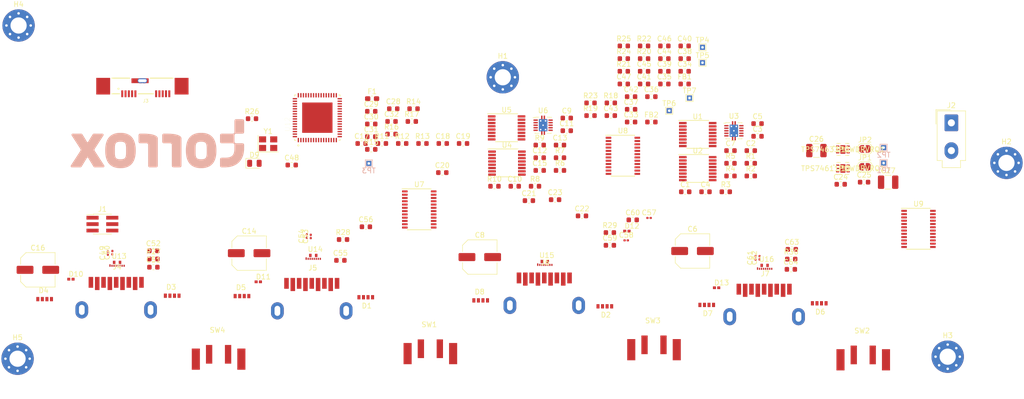
<source format=kicad_pcb>
(kicad_pcb (version 20171130) (host pcbnew "(5.1.9-0-10_14)")
  (layers (0 F.Cu signal) (31 B.Cu signal) (34 B.Paste user) (35 F.Paste user) (36 B.SilkS user hide) (37 F.SilkS user) (38 B.Mask user) (39 F.Mask user) (44 Edge.Cuts user))
  (net 0 "")
  (net 1 /hub/USB_DP_DN1)
  (net 2 GND)
  (net 3 +3V3)
  (net 4 "Net-(C3-Pad2)")
  (net 5 "Net-(C4-Pad2)")
  (net 6 /outputs/DN4_VBUS)
  (net 7 /outputs/DN3_VBUS)
  (net 8 "Net-(C11-Pad2)")
  (net 9 "Net-(C12-Pad2)")
  (net 10 /outputs/DN2_VBUS)
  (net 11 /outputs/DN1_VBUS)
  (net 12 "Net-(C19-Pad1)")
  (net 13 "Net-(C23-Pad1)")
  (net 14 +5V)
  (net 15 "Net-(C26-Pad1)")
  (net 16 "Net-(C27-Pad1)")
  (net 17 GNDPWR)
  (net 18 "Net-(C30-Pad2)")
  (net 19 USB_SSTXM_UP)
  (net 20 "Net-(C31-Pad2)")
  (net 21 "Net-(C32-Pad2)")
  (net 22 USB_SSTXP_UP)
  (net 23 1V1_Rail)
  (net 24 3V3_Rail)
  (net 25 X1)
  (net 26 X0)
  (net 27 /hub/USB_SSTXP_DN1)
  (net 28 "Net-(C49-Pad1)")
  (net 29 /hub/USB_SSTXM_DN1)
  (net 30 "Net-(C50-Pad1)")
  (net 31 /hub/USB_SSTXP_DN2)
  (net 32 "Net-(C53-Pad1)")
  (net 33 /hub/USB_SSTXM_DN2)
  (net 34 "Net-(C54-Pad1)")
  (net 35 /hub/USB_SSTXP_DN3)
  (net 36 "Net-(C57-Pad1)")
  (net 37 /hub/USB_SSTXM_DN3)
  (net 38 "Net-(C58-Pad1)")
  (net 39 /hub/USB_SSTXP_DN4)
  (net 40 "Net-(C61-Pad1)")
  (net 41 /hub/USB_SSTXM_DN4)
  (net 42 "Net-(C62-Pad1)")
  (net 43 "Net-(D1-Pad1)")
  (net 44 "Net-(D1-Pad2)")
  (net 45 "Net-(D1-Pad3)")
  (net 46 "Net-(D2-Pad1)")
  (net 47 "Net-(D2-Pad2)")
  (net 48 "Net-(D2-Pad3)")
  (net 49 "Net-(D3-Pad1)")
  (net 50 "Net-(D3-Pad2)")
  (net 51 "Net-(D3-Pad3)")
  (net 52 "Net-(D4-Pad1)")
  (net 53 "Net-(D4-Pad2)")
  (net 54 "Net-(D4-Pad3)")
  (net 55 "Net-(D5-Pad1)")
  (net 56 "Net-(D5-Pad2)")
  (net 57 "Net-(D5-Pad3)")
  (net 58 "Net-(D6-Pad1)")
  (net 59 "Net-(D6-Pad2)")
  (net 60 "Net-(D6-Pad3)")
  (net 61 "Net-(D7-Pad1)")
  (net 62 "Net-(D7-Pad2)")
  (net 63 "Net-(D7-Pad3)")
  (net 64 "Net-(D8-Pad1)")
  (net 65 "Net-(D8-Pad2)")
  (net 66 "Net-(D8-Pad3)")
  (net 67 "Net-(D9-Pad1)")
  (net 68 "Net-(F1-Pad2)")
  (net 69 +1V1)
  (net 70 HUB_Reset)
  (net 71 SCL)
  (net 72 SDA)
  (net 73 USB_DM_UP)
  (net 74 USB_DP_UP)
  (net 75 USB_SSRXP_UP)
  (net 76 USB_SSRXM_UP)
  (net 77 /hub/USB_DM_DN1)
  (net 78 /hub/USB_SSRXM_DN1)
  (net 79 /hub/USB_SSRXP_DN1)
  (net 80 /hub/USB_DP_DN2)
  (net 81 /hub/USB_DM_DN2)
  (net 82 /hub/USB_SSRXM_DN2)
  (net 83 /hub/USB_SSRXP_DN2)
  (net 84 /hub/USB_DP_DN3)
  (net 85 /hub/USB_DM_DN3)
  (net 86 /hub/USB_SSRXM_DN3)
  (net 87 /hub/USB_SSRXP_DN3)
  (net 88 /hub/USB_DP_DN4)
  (net 89 /hub/USB_DM_DN4)
  (net 90 /hub/USB_SSRXM_DN4)
  (net 91 /hub/USB_SSRXP_DN4)
  (net 92 /OVERCURZ3)
  (net 93 PWRCTL3_BATEN3)
  (net 94 /OVERCURZ4)
  (net 95 PWRCTL4_BATEN4)
  (net 96 "Net-(R5-Pad1)")
  (net 97 /OVERCURZ1)
  (net 98 PWRCTL1_BATEN1)
  (net 99 /OVERCURZ2)
  (net 100 PWRCTL2_BATEN2)
  (net 101 "Net-(R10-Pad1)")
  (net 102 "Net-(R11-Pad1)")
  (net 103 "Net-(R12-Pad2)")
  (net 104 "Net-(R13-Pad1)")
  (net 105 USB_VBUS)
  (net 106 "Net-(R18-Pad1)")
  (net 107 AUTOENZ)
  (net 108 USB_R1)
  (net 109 GANGED)
  (net 110 SMBUSZ)
  (net 111 FULLPWRMGMTZ)
  (net 112 "Net-(SW1-Pad1)")
  (net 113 "Net-(SW2-Pad1)")
  (net 114 "Net-(SW3-Pad1)")
  (net 115 "Net-(SW4-Pad1)")
  (module Crystal:Crystal_SMD_3225-4Pin_3.2x2.5mm (layer F.Cu) (at 104.675 87.95)
    (fp_text reference Y1 (at 0 -2.45) (layer F.SilkS))
    (fp_text value 24MHz)
    (pad 4 smd rect (at -1.1 -0.85) (size 1.4 1.2) (layers F.Cu F.Paste F.Mask) (net 2 GND))
    (pad 3 smd rect (at 1.1 -0.85) (size 1.4 1.2) (layers F.Cu F.Paste F.Mask) (net 26 X0))
    (pad 2 smd rect (at 1.1 0.85) (size 1.4 1.2) (layers F.Cu F.Paste F.Mask) (net 2 GND))
    (pad 1 smd rect (at -1.1 0.85) (size 1.4 1.2) (layers F.Cu F.Paste F.Mask) (net 25 X1))
  )
  (module usb_connectors:UDFN8 (layer F.Cu) (at 202.85 112.325)
    (fp_text reference U16 (at 0.4 -1.5) (layer F.SilkS))
    (fp_text value ESD8006)
    (pad 9 smd rect (at 0.58 -0.275) (size 0.5 0.65) (layers F.Cu F.Paste F.Mask))
    (pad 10 smd rect (at -0.58 -0.275) (size 0.5 0.65) (layers F.Cu F.Paste F.Mask))
    (pad 8 smd rect (at 1.4 0.4) (size 0.25 0.4) (layers F.Cu F.Paste F.Mask) (net 90 /hub/USB_SSRXM_DN4))
    (pad 7 smd rect (at 1 0.4) (size 0.25 0.4) (layers F.Cu F.Paste F.Mask) (net 91 /hub/USB_SSRXP_DN4))
    (pad 6 smd rect (at 0.6 0.4) (size 0.25 0.4) (layers F.Cu F.Paste F.Mask) (net 2 GND))
    (pad 5 smd rect (at 0.2 0.4) (size 0.25 0.4) (layers F.Cu F.Paste F.Mask) (net 88 /hub/USB_DP_DN4))
    (pad 4 smd rect (at -0.2 0.4) (size 0.25 0.4) (layers F.Cu F.Paste F.Mask) (net 89 /hub/USB_DM_DN4))
    (pad 3 smd rect (at -0.6 0.4) (size 0.25 0.4) (layers F.Cu F.Paste F.Mask))
    (pad 2 smd rect (at -1 0.4) (size 0.25 0.4) (layers F.Cu F.Paste F.Mask) (net 42 "Net-(C62-Pad1)"))
    (pad 1 smd rect (at -1.4 0.35) (size 0.25 0.5) (layers F.Cu F.Paste F.Mask) (net 40 "Net-(C61-Pad1)"))
  )
  (module usb_connectors:UDFN8 (layer F.Cu) (at 159.38 111.55)
    (fp_text reference U15 (at 0.4 -1.5) (layer F.SilkS))
    (fp_text value ESD8006)
    (pad 9 smd rect (at 0.58 -0.275) (size 0.5 0.65) (layers F.Cu F.Paste F.Mask))
    (pad 10 smd rect (at -0.58 -0.275) (size 0.5 0.65) (layers F.Cu F.Paste F.Mask))
    (pad 8 smd rect (at 1.4 0.4) (size 0.25 0.4) (layers F.Cu F.Paste F.Mask) (net 86 /hub/USB_SSRXM_DN3))
    (pad 7 smd rect (at 1 0.4) (size 0.25 0.4) (layers F.Cu F.Paste F.Mask) (net 87 /hub/USB_SSRXP_DN3))
    (pad 6 smd rect (at 0.6 0.4) (size 0.25 0.4) (layers F.Cu F.Paste F.Mask) (net 2 GND))
    (pad 5 smd rect (at 0.2 0.4) (size 0.25 0.4) (layers F.Cu F.Paste F.Mask) (net 84 /hub/USB_DP_DN3))
    (pad 4 smd rect (at -0.2 0.4) (size 0.25 0.4) (layers F.Cu F.Paste F.Mask) (net 85 /hub/USB_DM_DN3))
    (pad 3 smd rect (at -0.6 0.4) (size 0.25 0.4) (layers F.Cu F.Paste F.Mask))
    (pad 2 smd rect (at -1 0.4) (size 0.25 0.4) (layers F.Cu F.Paste F.Mask) (net 38 "Net-(C58-Pad1)"))
    (pad 1 smd rect (at -1.4 0.35) (size 0.25 0.5) (layers F.Cu F.Paste F.Mask) (net 36 "Net-(C57-Pad1)"))
  )
  (module usb_connectors:UDFN8 (layer F.Cu) (at 113.595 110.35)
    (fp_text reference U14 (at 0.4 -1.5) (layer F.SilkS))
    (fp_text value ESD8006)
    (pad 9 smd rect (at 0.58 -0.275) (size 0.5 0.65) (layers F.Cu F.Paste F.Mask))
    (pad 10 smd rect (at -0.58 -0.275) (size 0.5 0.65) (layers F.Cu F.Paste F.Mask))
    (pad 8 smd rect (at 1.4 0.4) (size 0.25 0.4) (layers F.Cu F.Paste F.Mask) (net 82 /hub/USB_SSRXM_DN2))
    (pad 7 smd rect (at 1 0.4) (size 0.25 0.4) (layers F.Cu F.Paste F.Mask) (net 83 /hub/USB_SSRXP_DN2))
    (pad 6 smd rect (at 0.6 0.4) (size 0.25 0.4) (layers F.Cu F.Paste F.Mask) (net 2 GND))
    (pad 5 smd rect (at 0.2 0.4) (size 0.25 0.4) (layers F.Cu F.Paste F.Mask) (net 80 /hub/USB_DP_DN2))
    (pad 4 smd rect (at -0.2 0.4) (size 0.25 0.4) (layers F.Cu F.Paste F.Mask) (net 81 /hub/USB_DM_DN2))
    (pad 3 smd rect (at -0.6 0.4) (size 0.25 0.4) (layers F.Cu F.Paste F.Mask))
    (pad 2 smd rect (at -1 0.4) (size 0.25 0.4) (layers F.Cu F.Paste F.Mask) (net 34 "Net-(C54-Pad1)"))
    (pad 1 smd rect (at -1.4 0.35) (size 0.25 0.5) (layers F.Cu F.Paste F.Mask) (net 32 "Net-(C53-Pad1)"))
  )
  (module usb_connectors:UDFN8 (layer F.Cu) (at 74.8 111.725)
    (fp_text reference U13 (at 0.4 -1.5) (layer F.SilkS))
    (fp_text value ESD8006)
    (pad 9 smd rect (at 0.58 -0.275) (size 0.5 0.65) (layers F.Cu F.Paste F.Mask))
    (pad 10 smd rect (at -0.58 -0.275) (size 0.5 0.65) (layers F.Cu F.Paste F.Mask))
    (pad 8 smd rect (at 1.4 0.4) (size 0.25 0.4) (layers F.Cu F.Paste F.Mask) (net 78 /hub/USB_SSRXM_DN1))
    (pad 7 smd rect (at 1 0.4) (size 0.25 0.4) (layers F.Cu F.Paste F.Mask) (net 79 /hub/USB_SSRXP_DN1))
    (pad 6 smd rect (at 0.6 0.4) (size 0.25 0.4) (layers F.Cu F.Paste F.Mask) (net 2 GND))
    (pad 5 smd rect (at 0.2 0.4) (size 0.25 0.4) (layers F.Cu F.Paste F.Mask) (net 1 /hub/USB_DP_DN1))
    (pad 4 smd rect (at -0.2 0.4) (size 0.25 0.4) (layers F.Cu F.Paste F.Mask) (net 77 /hub/USB_DM_DN1))
    (pad 3 smd rect (at -0.6 0.4) (size 0.25 0.4) (layers F.Cu F.Paste F.Mask))
    (pad 2 smd rect (at -1 0.4) (size 0.25 0.4) (layers F.Cu F.Paste F.Mask) (net 30 "Net-(C50-Pad1)"))
    (pad 1 smd rect (at -1.4 0.35) (size 0.25 0.5) (layers F.Cu F.Paste F.Mask) (net 28 "Net-(C49-Pad1)"))
  )
  (module TUSB8041RGCR:QFN50P900X900X100-65N (layer F.Cu) (at 114.4 82.8 90)
    (fp_text reference U12 (at -1.325 -5.885 90) (layer F.SilkS) (effects (font (thickness 0.015))))
    (fp_text value TUSB8041ARGCR)
    (pad 65 smd rect (at 0 0 90) (size 6 6) (layers F.Cu F.Mask) (net 2 GND))
    (pad 48 smd rect (at 4.435 -3.75 90) (size 0.86 0.26) (layers F.Cu F.Paste F.Mask) (net 106 "Net-(R18-Pad1)"))
    (pad 47 smd rect (at 4.435 -3.25 90) (size 0.86 0.26) (layers F.Cu F.Paste F.Mask) (net 99 /OVERCURZ2))
    (pad 46 smd rect (at 4.435 -2.75 90) (size 0.86 0.26) (layers F.Cu F.Paste F.Mask) (net 97 /OVERCURZ1))
    (pad 45 smd rect (at 4.435 -2.25 90) (size 0.86 0.26) (layers F.Cu F.Paste F.Mask) (net 107 AUTOENZ))
    (pad 44 smd rect (at 4.435 -1.75 90) (size 0.86 0.26) (layers F.Cu F.Paste F.Mask) (net 92 /OVERCURZ3))
    (pad 43 smd rect (at 4.435 -1.25 90) (size 0.86 0.26) (layers F.Cu F.Paste F.Mask) (net 94 /OVERCURZ4))
    (pad 42 smd rect (at 4.435 -0.75 90) (size 0.86 0.26) (layers F.Cu F.Paste F.Mask) (net 109 GANGED))
    (pad 41 smd rect (at 4.435 -0.25 90) (size 0.86 0.26) (layers F.Cu F.Paste F.Mask))
    (pad 40 smd rect (at 4.435 0.25 90) (size 0.86 0.26) (layers F.Cu F.Paste F.Mask) (net 111 FULLPWRMGMTZ))
    (pad 39 smd rect (at 4.435 0.75 90) (size 0.86 0.26) (layers F.Cu F.Paste F.Mask) (net 110 SMBUSZ))
    (pad 38 smd rect (at 4.435 1.25 90) (size 0.86 0.26) (layers F.Cu F.Paste F.Mask) (net 71 SCL))
    (pad 37 smd rect (at 4.435 1.75 90) (size 0.86 0.26) (layers F.Cu F.Paste F.Mask) (net 72 SDA))
    (pad 36 smd rect (at 4.435 2.25 90) (size 0.86 0.26) (layers F.Cu F.Paste F.Mask) (net 98 PWRCTL1_BATEN1))
    (pad 35 smd rect (at 4.435 2.75 90) (size 0.86 0.26) (layers F.Cu F.Paste F.Mask) (net 100 PWRCTL2_BATEN2))
    (pad 34 smd rect (at 4.435 3.25 90) (size 0.86 0.26) (layers F.Cu F.Paste F.Mask) (net 24 3V3_Rail))
    (pad 33 smd rect (at 4.435 3.75 90) (size 0.86 0.26) (layers F.Cu F.Paste F.Mask) (net 93 PWRCTL3_BATEN3))
    (pad 16 smd rect (at -4.435 3.75 90) (size 0.86 0.26) (layers F.Cu F.Paste F.Mask) (net 24 3V3_Rail))
    (pad 15 smd rect (at -4.435 3.25 90) (size 0.86 0.26) (layers F.Cu F.Paste F.Mask) (net 82 /hub/USB_SSRXM_DN2))
    (pad 14 smd rect (at -4.435 2.75 90) (size 0.86 0.26) (layers F.Cu F.Paste F.Mask) (net 83 /hub/USB_SSRXP_DN2))
    (pad 13 smd rect (at -4.435 2.25 90) (size 0.86 0.26) (layers F.Cu F.Paste F.Mask) (net 23 1V1_Rail))
    (pad 12 smd rect (at -4.435 1.75 90) (size 0.86 0.26) (layers F.Cu F.Paste F.Mask) (net 33 /hub/USB_SSTXM_DN2))
    (pad 11 smd rect (at -4.435 1.25 90) (size 0.86 0.26) (layers F.Cu F.Paste F.Mask) (net 31 /hub/USB_SSTXP_DN2))
    (pad 10 smd rect (at -4.435 0.75 90) (size 0.86 0.26) (layers F.Cu F.Paste F.Mask) (net 81 /hub/USB_DM_DN2))
    (pad 9 smd rect (at -4.435 0.25 90) (size 0.86 0.26) (layers F.Cu F.Paste F.Mask) (net 80 /hub/USB_DP_DN2))
    (pad 8 smd rect (at -4.435 -0.25 90) (size 0.86 0.26) (layers F.Cu F.Paste F.Mask) (net 23 1V1_Rail))
    (pad 7 smd rect (at -4.435 -0.75 90) (size 0.86 0.26) (layers F.Cu F.Paste F.Mask) (net 78 /hub/USB_SSRXM_DN1))
    (pad 6 smd rect (at -4.435 -1.25 90) (size 0.86 0.26) (layers F.Cu F.Paste F.Mask) (net 79 /hub/USB_SSRXP_DN1))
    (pad 5 smd rect (at -4.435 -1.75 90) (size 0.86 0.26) (layers F.Cu F.Paste F.Mask) (net 23 1V1_Rail))
    (pad 4 smd rect (at -4.435 -2.25 90) (size 0.86 0.26) (layers F.Cu F.Paste F.Mask) (net 29 /hub/USB_SSTXM_DN1))
    (pad 3 smd rect (at -4.435 -2.75 90) (size 0.86 0.26) (layers F.Cu F.Paste F.Mask) (net 27 /hub/USB_SSTXP_DN1))
    (pad 2 smd rect (at -4.435 -3.25 90) (size 0.86 0.26) (layers F.Cu F.Paste F.Mask) (net 77 /hub/USB_DM_DN1))
    (pad 1 smd rect (at -4.435 -3.75 90) (size 0.86 0.26) (layers F.Cu F.Paste F.Mask) (net 1 /hub/USB_DP_DN1))
    (pad 64 smd rect (at -3.75 -4.435 90) (size 0.26 0.86) (layers F.Cu F.Paste F.Mask) (net 108 USB_R1))
    (pad 63 smd rect (at -3.25 -4.435 90) (size 0.26 0.86) (layers F.Cu F.Paste F.Mask) (net 24 3V3_Rail))
    (pad 62 smd rect (at -2.75 -4.435 90) (size 0.26 0.86) (layers F.Cu F.Paste F.Mask) (net 25 X1))
    (pad 61 smd rect (at -2.25 -4.435 90) (size 0.26 0.86) (layers F.Cu F.Paste F.Mask) (net 26 X0))
    (pad 60 smd rect (at -1.75 -4.435 90) (size 0.26 0.86) (layers F.Cu F.Paste F.Mask))
    (pad 59 smd rect (at -1.25 -4.435 90) (size 0.26 0.86) (layers F.Cu F.Paste F.Mask) (net 76 USB_SSRXM_UP))
    (pad 58 smd rect (at -0.75 -4.435 90) (size 0.26 0.86) (layers F.Cu F.Paste F.Mask) (net 75 USB_SSRXP_UP))
    (pad 57 smd rect (at -0.25 -4.435 90) (size 0.26 0.86) (layers F.Cu F.Paste F.Mask) (net 23 1V1_Rail))
    (pad 56 smd rect (at 0.25 -4.435 90) (size 0.26 0.86) (layers F.Cu F.Paste F.Mask) (net 19 USB_SSTXM_UP))
    (pad 55 smd rect (at 0.75 -4.435 90) (size 0.26 0.86) (layers F.Cu F.Paste F.Mask) (net 22 USB_SSTXP_UP))
    (pad 54 smd rect (at 1.25 -4.435 90) (size 0.26 0.86) (layers F.Cu F.Paste F.Mask) (net 73 USB_DM_UP))
    (pad 53 smd rect (at 1.75 -4.435 90) (size 0.26 0.86) (layers F.Cu F.Paste F.Mask) (net 74 USB_DP_UP))
    (pad 52 smd rect (at 2.25 -4.435 90) (size 0.26 0.86) (layers F.Cu F.Paste F.Mask) (net 24 3V3_Rail))
    (pad 51 smd rect (at 2.75 -4.435 90) (size 0.26 0.86) (layers F.Cu F.Paste F.Mask) (net 23 1V1_Rail))
    (pad 50 smd rect (at 3.25 -4.435 90) (size 0.26 0.86) (layers F.Cu F.Paste F.Mask) (net 70 HUB_Reset))
    (pad 49 smd rect (at 3.75 -4.435 90) (size 0.26 0.86) (layers F.Cu F.Paste F.Mask) (net 2 GND))
    (pad 32 smd rect (at 3.75 4.435 90) (size 0.26 0.86) (layers F.Cu F.Paste F.Mask) (net 95 PWRCTL4_BATEN4))
    (pad 31 smd rect (at 3.25 4.435 90) (size 0.26 0.86) (layers F.Cu F.Paste F.Mask) (net 23 1V1_Rail))
    (pad 30 smd rect (at 2.75 4.435 90) (size 0.26 0.86) (layers F.Cu F.Paste F.Mask) (net 90 /hub/USB_SSRXM_DN4))
    (pad 29 smd rect (at 2.25 4.435 90) (size 0.26 0.86) (layers F.Cu F.Paste F.Mask) (net 91 /hub/USB_SSRXP_DN4))
    (pad 28 smd rect (at 1.75 4.435 90) (size 0.26 0.86) (layers F.Cu F.Paste F.Mask) (net 23 1V1_Rail))
    (pad 27 smd rect (at 1.25 4.435 90) (size 0.26 0.86) (layers F.Cu F.Paste F.Mask) (net 41 /hub/USB_SSTXM_DN4))
    (pad 26 smd rect (at 0.75 4.435 90) (size 0.26 0.86) (layers F.Cu F.Paste F.Mask) (net 39 /hub/USB_SSTXP_DN4))
    (pad 25 smd rect (at 0.25 4.435 90) (size 0.26 0.86) (layers F.Cu F.Paste F.Mask) (net 89 /hub/USB_DM_DN4))
    (pad 24 smd rect (at -0.25 4.435 90) (size 0.26 0.86) (layers F.Cu F.Paste F.Mask) (net 88 /hub/USB_DP_DN4))
    (pad 23 smd rect (at -0.75 4.435 90) (size 0.26 0.86) (layers F.Cu F.Paste F.Mask) (net 86 /hub/USB_SSRXM_DN3))
    (pad 22 smd rect (at -1.25 4.435 90) (size 0.26 0.86) (layers F.Cu F.Paste F.Mask) (net 87 /hub/USB_SSRXP_DN3))
    (pad 21 smd rect (at -1.75 4.435 90) (size 0.26 0.86) (layers F.Cu F.Paste F.Mask) (net 23 1V1_Rail))
    (pad 20 smd rect (at -2.25 4.435 90) (size 0.26 0.86) (layers F.Cu F.Paste F.Mask) (net 37 /hub/USB_SSTXM_DN3))
    (pad 19 smd rect (at -2.75 4.435 90) (size 0.26 0.86) (layers F.Cu F.Paste F.Mask) (net 35 /hub/USB_SSTXP_DN3))
    (pad 18 smd rect (at -3.25 4.435 90) (size 0.26 0.86) (layers F.Cu F.Paste F.Mask) (net 85 /hub/USB_DM_DN3))
    (pad 17 smd rect (at -3.75 4.435 90) (size 0.26 0.86) (layers F.Cu F.Paste F.Mask) (net 84 /hub/USB_DP_DN3))
  )
  (module footprints:TPS74601PBQWDRVRQ1 (layer F.Cu) (at 218.327893 89.0943)
    (fp_text reference U11 (at 0 0) (layer F.SilkS))
    (fp_text value TPS74633PQWDRVRQ1 (at 0 0) (layer F.SilkS))
    (fp_text user * (at 0 0) (layer F.SilkS))
    (pad 7 smd rect (at 0 0) (size 0.9906 1.7018) (layers F.Cu F.Paste F.Mask) (net 2 GND))
    (pad 6 smd rect (at 1.0287 -0.649986) (size 0.6604 0.254) (layers F.Cu F.Paste F.Mask) (net 14 +5V))
    (pad 5 smd rect (at 1.0287 0) (size 0.6604 0.254) (layers F.Cu F.Paste F.Mask))
    (pad 4 smd rect (at 1.0287 0.649986) (size 0.6604 0.254) (layers F.Cu F.Paste F.Mask) (net 14 +5V))
    (pad 3 smd rect (at -1.0287 0.649986) (size 0.6604 0.254) (layers F.Cu F.Paste F.Mask) (net 2 GND))
    (pad 2 smd rect (at -1.0287 0) (size 0.6604 0.254) (layers F.Cu F.Paste F.Mask))
    (pad 1 smd rect (at -1.0287 -0.649986) (size 0.6604 0.254) (layers F.Cu F.Paste F.Mask) (net 16 "Net-(C27-Pad1)"))
  )
  (module footprints:TPS74601PBQWDRVRQ1 (layer F.Cu) (at 218.327893 92.8543)
    (fp_text reference U10 (at 0 0) (layer F.SilkS))
    (fp_text value TPS74611PQWDRVRQ1 (at 0 0) (layer F.SilkS))
    (fp_text user * (at 0 0) (layer F.SilkS))
    (pad 7 smd rect (at 0 0) (size 0.9906 1.7018) (layers F.Cu F.Paste F.Mask) (net 2 GND))
    (pad 6 smd rect (at 1.0287 -0.649986) (size 0.6604 0.254) (layers F.Cu F.Paste F.Mask) (net 14 +5V))
    (pad 5 smd rect (at 1.0287 0) (size 0.6604 0.254) (layers F.Cu F.Paste F.Mask))
    (pad 4 smd rect (at 1.0287 0.649986) (size 0.6604 0.254) (layers F.Cu F.Paste F.Mask) (net 14 +5V))
    (pad 3 smd rect (at -1.0287 0.649986) (size 0.6604 0.254) (layers F.Cu F.Paste F.Mask) (net 2 GND))
    (pad 2 smd rect (at -1.0287 0) (size 0.6604 0.254) (layers F.Cu F.Paste F.Mask))
    (pad 1 smd rect (at -1.0287 -0.649986) (size 0.6604 0.254) (layers F.Cu F.Paste F.Mask) (net 15 "Net-(C26-Pad1)"))
  )
  (module Package_SO:TSSOP-24_4.4x7.8mm_P0.65mm (layer F.Cu) (at 233.275 104.825)
    (fp_text reference U9 (at 0 -4.95) (layer F.SilkS))
    (fp_text value LP5012PWR)
    (pad 24 smd rect (at 2.85 -3.575) (size 1.1 0.4) (layers F.Cu F.Paste F.Mask) (net 64 "Net-(D8-Pad1)"))
    (pad 23 smd rect (at 2.85 -2.925) (size 1.1 0.4) (layers F.Cu F.Paste F.Mask) (net 65 "Net-(D8-Pad2)"))
    (pad 22 smd rect (at 2.85 -2.275) (size 1.1 0.4) (layers F.Cu F.Paste F.Mask) (net 66 "Net-(D8-Pad3)"))
    (pad 21 smd rect (at 2.85 -1.625) (size 1.1 0.4) (layers F.Cu F.Paste F.Mask) (net 61 "Net-(D7-Pad1)"))
    (pad 20 smd rect (at 2.85 -0.975) (size 1.1 0.4) (layers F.Cu F.Paste F.Mask) (net 62 "Net-(D7-Pad2)"))
    (pad 19 smd rect (at 2.85 -0.325) (size 1.1 0.4) (layers F.Cu F.Paste F.Mask) (net 63 "Net-(D7-Pad3)"))
    (pad 18 smd rect (at 2.85 0.325) (size 1.1 0.4) (layers F.Cu F.Paste F.Mask) (net 2 GND))
    (pad 17 smd rect (at 2.85 0.975) (size 1.1 0.4) (layers F.Cu F.Paste F.Mask) (net 58 "Net-(D6-Pad1)"))
    (pad 16 smd rect (at 2.85 1.625) (size 1.1 0.4) (layers F.Cu F.Paste F.Mask) (net 59 "Net-(D6-Pad2)"))
    (pad 15 smd rect (at 2.85 2.275) (size 1.1 0.4) (layers F.Cu F.Paste F.Mask) (net 60 "Net-(D6-Pad3)"))
    (pad 14 smd rect (at 2.85 2.925) (size 1.1 0.4) (layers F.Cu F.Paste F.Mask) (net 55 "Net-(D5-Pad1)"))
    (pad 13 smd rect (at 2.85 3.575) (size 1.1 0.4) (layers F.Cu F.Paste F.Mask) (net 56 "Net-(D5-Pad2)"))
    (pad 12 smd rect (at -2.85 3.575) (size 1.1 0.4) (layers F.Cu F.Paste F.Mask) (net 57 "Net-(D5-Pad3)"))
    (pad 11 smd rect (at -2.85 2.925) (size 1.1 0.4) (layers F.Cu F.Paste F.Mask))
    (pad 10 smd rect (at -2.85 2.275) (size 1.1 0.4) (layers F.Cu F.Paste F.Mask) (net 13 "Net-(C23-Pad1)"))
    (pad 9 smd rect (at -2.85 1.625) (size 1.1 0.4) (layers F.Cu F.Paste F.Mask) (net 104 "Net-(R13-Pad1)"))
    (pad 8 smd rect (at -2.85 0.975) (size 1.1 0.4) (layers F.Cu F.Paste F.Mask) (net 3 +3V3))
    (pad 7 smd rect (at -2.85 0.325) (size 1.1 0.4) (layers F.Cu F.Paste F.Mask) (net 72 SDA))
    (pad 6 smd rect (at -2.85 -0.325) (size 1.1 0.4) (layers F.Cu F.Paste F.Mask) (net 2 GND))
    (pad 5 smd rect (at -2.85 -0.975) (size 1.1 0.4) (layers F.Cu F.Paste F.Mask) (net 71 SCL))
    (pad 4 smd rect (at -2.85 -1.625) (size 1.1 0.4) (layers F.Cu F.Paste F.Mask) (net 3 +3V3))
    (pad 3 smd rect (at -2.85 -2.275) (size 1.1 0.4) (layers F.Cu F.Paste F.Mask) (net 2 GND))
    (pad 2 smd rect (at -2.85 -2.925) (size 1.1 0.4) (layers F.Cu F.Paste F.Mask) (net 2 GND))
    (pad 1 smd rect (at -2.85 -3.575) (size 1.1 0.4) (layers F.Cu F.Paste F.Mask) (net 3 +3V3))
  )
  (module Package_SO:TSSOP-24_4.4x7.8mm_P0.65mm (layer F.Cu) (at 174.825 90.35)
    (fp_text reference U8 (at 0 -4.95) (layer F.SilkS))
    (fp_text value MAX7323AEE+)
    (pad 24 smd rect (at 2.85 -3.575) (size 1.1 0.4) (layers F.Cu F.Paste F.Mask))
    (pad 23 smd rect (at 2.85 -2.925) (size 1.1 0.4) (layers F.Cu F.Paste F.Mask))
    (pad 22 smd rect (at 2.85 -2.275) (size 1.1 0.4) (layers F.Cu F.Paste F.Mask))
    (pad 21 smd rect (at 2.85 -1.625) (size 1.1 0.4) (layers F.Cu F.Paste F.Mask))
    (pad 20 smd rect (at 2.85 -0.975) (size 1.1 0.4) (layers F.Cu F.Paste F.Mask))
    (pad 19 smd rect (at 2.85 -0.325) (size 1.1 0.4) (layers F.Cu F.Paste F.Mask))
    (pad 18 smd rect (at 2.85 0.325) (size 1.1 0.4) (layers F.Cu F.Paste F.Mask))
    (pad 17 smd rect (at 2.85 0.975) (size 1.1 0.4) (layers F.Cu F.Paste F.Mask))
    (pad 16 smd rect (at 2.85 1.625) (size 1.1 0.4) (layers F.Cu F.Paste F.Mask) (net 3 +3V3))
    (pad 15 smd rect (at 2.85 2.275) (size 1.1 0.4) (layers F.Cu F.Paste F.Mask) (net 72 SDA))
    (pad 14 smd rect (at 2.85 2.925) (size 1.1 0.4) (layers F.Cu F.Paste F.Mask) (net 71 SCL))
    (pad 13 smd rect (at 2.85 3.575) (size 1.1 0.4) (layers F.Cu F.Paste F.Mask))
    (pad 12 smd rect (at -2.85 3.575) (size 1.1 0.4) (layers F.Cu F.Paste F.Mask))
    (pad 11 smd rect (at -2.85 2.925) (size 1.1 0.4) (layers F.Cu F.Paste F.Mask))
    (pad 10 smd rect (at -2.85 2.275) (size 1.1 0.4) (layers F.Cu F.Paste F.Mask) (net 115 "Net-(SW4-Pad1)"))
    (pad 9 smd rect (at -2.85 1.625) (size 1.1 0.4) (layers F.Cu F.Paste F.Mask) (net 114 "Net-(SW3-Pad1)"))
    (pad 8 smd rect (at -2.85 0.975) (size 1.1 0.4) (layers F.Cu F.Paste F.Mask) (net 2 GND))
    (pad 7 smd rect (at -2.85 0.325) (size 1.1 0.4) (layers F.Cu F.Paste F.Mask) (net 113 "Net-(SW2-Pad1)"))
    (pad 6 smd rect (at -2.85 -0.325) (size 1.1 0.4) (layers F.Cu F.Paste F.Mask) (net 112 "Net-(SW1-Pad1)"))
    (pad 5 smd rect (at -2.85 -0.975) (size 1.1 0.4) (layers F.Cu F.Paste F.Mask))
    (pad 4 smd rect (at -2.85 -1.625) (size 1.1 0.4) (layers F.Cu F.Paste F.Mask))
    (pad 3 smd rect (at -2.85 -2.275) (size 1.1 0.4) (layers F.Cu F.Paste F.Mask) (net 3 +3V3))
    (pad 2 smd rect (at -2.85 -2.925) (size 1.1 0.4) (layers F.Cu F.Paste F.Mask) (net 103 "Net-(R12-Pad2)"))
    (pad 1 smd rect (at -2.85 -3.575) (size 1.1 0.4) (layers F.Cu F.Paste F.Mask) (net 3 +3V3))
  )
  (module Package_SO:TSSOP-24_4.4x7.8mm_P0.65mm (layer F.Cu) (at 134.55 100.975)
    (fp_text reference U7 (at 0 -4.95) (layer F.SilkS))
    (fp_text value LP5012PWR)
    (pad 24 smd rect (at 2.85 -3.575) (size 1.1 0.4) (layers F.Cu F.Paste F.Mask) (net 52 "Net-(D4-Pad1)"))
    (pad 23 smd rect (at 2.85 -2.925) (size 1.1 0.4) (layers F.Cu F.Paste F.Mask) (net 53 "Net-(D4-Pad2)"))
    (pad 22 smd rect (at 2.85 -2.275) (size 1.1 0.4) (layers F.Cu F.Paste F.Mask) (net 54 "Net-(D4-Pad3)"))
    (pad 21 smd rect (at 2.85 -1.625) (size 1.1 0.4) (layers F.Cu F.Paste F.Mask) (net 49 "Net-(D3-Pad1)"))
    (pad 20 smd rect (at 2.85 -0.975) (size 1.1 0.4) (layers F.Cu F.Paste F.Mask) (net 50 "Net-(D3-Pad2)"))
    (pad 19 smd rect (at 2.85 -0.325) (size 1.1 0.4) (layers F.Cu F.Paste F.Mask) (net 51 "Net-(D3-Pad3)"))
    (pad 18 smd rect (at 2.85 0.325) (size 1.1 0.4) (layers F.Cu F.Paste F.Mask) (net 2 GND))
    (pad 17 smd rect (at 2.85 0.975) (size 1.1 0.4) (layers F.Cu F.Paste F.Mask) (net 46 "Net-(D2-Pad1)"))
    (pad 16 smd rect (at 2.85 1.625) (size 1.1 0.4) (layers F.Cu F.Paste F.Mask) (net 47 "Net-(D2-Pad2)"))
    (pad 15 smd rect (at 2.85 2.275) (size 1.1 0.4) (layers F.Cu F.Paste F.Mask) (net 48 "Net-(D2-Pad3)"))
    (pad 14 smd rect (at 2.85 2.925) (size 1.1 0.4) (layers F.Cu F.Paste F.Mask) (net 43 "Net-(D1-Pad1)"))
    (pad 13 smd rect (at 2.85 3.575) (size 1.1 0.4) (layers F.Cu F.Paste F.Mask) (net 44 "Net-(D1-Pad2)"))
    (pad 12 smd rect (at -2.85 3.575) (size 1.1 0.4) (layers F.Cu F.Paste F.Mask) (net 45 "Net-(D1-Pad3)"))
    (pad 11 smd rect (at -2.85 2.925) (size 1.1 0.4) (layers F.Cu F.Paste F.Mask))
    (pad 10 smd rect (at -2.85 2.275) (size 1.1 0.4) (layers F.Cu F.Paste F.Mask) (net 12 "Net-(C19-Pad1)"))
    (pad 9 smd rect (at -2.85 1.625) (size 1.1 0.4) (layers F.Cu F.Paste F.Mask) (net 102 "Net-(R11-Pad1)"))
    (pad 8 smd rect (at -2.85 0.975) (size 1.1 0.4) (layers F.Cu F.Paste F.Mask) (net 3 +3V3))
    (pad 7 smd rect (at -2.85 0.325) (size 1.1 0.4) (layers F.Cu F.Paste F.Mask) (net 72 SDA))
    (pad 6 smd rect (at -2.85 -0.325) (size 1.1 0.4) (layers F.Cu F.Paste F.Mask) (net 2 GND))
    (pad 5 smd rect (at -2.85 -0.975) (size 1.1 0.4) (layers F.Cu F.Paste F.Mask) (net 71 SCL))
    (pad 4 smd rect (at -2.85 -1.625) (size 1.1 0.4) (layers F.Cu F.Paste F.Mask) (net 3 +3V3))
    (pad 3 smd rect (at -2.85 -2.275) (size 1.1 0.4) (layers F.Cu F.Paste F.Mask) (net 2 GND))
    (pad 2 smd rect (at -2.85 -2.925) (size 1.1 0.4) (layers F.Cu F.Paste F.Mask) (net 2 GND))
    (pad 1 smd rect (at -2.85 -3.575) (size 1.1 0.4) (layers F.Cu F.Paste F.Mask) (net 2 GND))
  )
  (module Package_SON:VSON-10-1EP_3x3mm_P0.5mm_EP1.65x2.4mm_ThermalVias (layer F.Cu) (at 159.045 84.295)
    (fp_text reference U6 (at 0 -2.9) (layer F.SilkS))
    (fp_text value TPS2561)
    (pad 11 smd rect (at 0 0) (size 1.65 2.4) (layers B.Cu) (net 2 GND))
    (pad 11 thru_hole circle (at 0 0) (size 0.6 0.6) (drill 0.3) (layers *.Cu) (net 2 GND))
    (pad 11 thru_hole circle (at 0.48 0.86) (size 0.6 0.6) (drill 0.3) (layers *.Cu) (net 2 GND))
    (pad 11 thru_hole circle (at 0.48 -0.86) (size 0.6 0.6) (drill 0.3) (layers *.Cu) (net 2 GND))
    (pad 11 thru_hole circle (at -0.48 0.86) (size 0.6 0.6) (drill 0.3) (layers *.Cu) (net 2 GND))
    (pad 11 thru_hole circle (at -0.48 -0.86) (size 0.6 0.6) (drill 0.3) (layers *.Cu) (net 2 GND))
    (pad 11 smd rect (at 0.25 1.55) (size 0.28 0.7) (layers F.Cu F.Paste F.Mask) (net 2 GND))
    (pad 11 smd rect (at 0.25 -1.55) (size 0.28 0.7) (layers F.Cu F.Paste F.Mask) (net 2 GND))
    (pad 11 smd rect (at -0.25 1.55) (size 0.28 0.7) (layers F.Cu F.Paste F.Mask) (net 2 GND))
    (pad 11 smd rect (at -0.25 -1.55) (size 0.28 0.7) (layers F.Cu F.Paste F.Mask) (net 2 GND))
    (pad 11 smd rect (at 0 0) (size 1.65 2.4) (layers F.Cu F.Mask) (net 2 GND))
    (pad 10 smd rect (at 1.475 -1) (size 0.85 0.28) (layers F.Cu F.Paste F.Mask))
    (pad 9 smd rect (at 1.475 -0.5) (size 0.85 0.28) (layers F.Cu F.Paste F.Mask) (net 11 /outputs/DN1_VBUS))
    (pad 8 smd rect (at 1.475 0) (size 0.85 0.28) (layers F.Cu F.Paste F.Mask) (net 10 /outputs/DN2_VBUS))
    (pad 7 smd rect (at 1.475 0.5) (size 0.85 0.28) (layers F.Cu F.Paste F.Mask) (net 101 "Net-(R10-Pad1)"))
    (pad 6 smd rect (at 1.475 1) (size 0.85 0.28) (layers F.Cu F.Paste F.Mask))
    (pad 5 smd rect (at -1.475 1) (size 0.85 0.28) (layers F.Cu F.Paste F.Mask) (net 100 PWRCTL2_BATEN2))
    (pad 4 smd rect (at -1.475 0.5) (size 0.85 0.28) (layers F.Cu F.Paste F.Mask) (net 98 PWRCTL1_BATEN1))
    (pad 3 smd rect (at -1.475 0) (size 0.85 0.28) (layers F.Cu F.Paste F.Mask) (net 9 "Net-(C12-Pad2)"))
    (pad 2 smd rect (at -1.475 -0.5) (size 0.85 0.28) (layers F.Cu F.Paste F.Mask) (net 8 "Net-(C11-Pad2)"))
    (pad 1 smd rect (at -1.475 -1) (size 0.85 0.28) (layers F.Cu F.Paste F.Mask) (net 2 GND))
  )
  (module Package_SO:TSSOP-16_4.4x5mm_P0.65mm (layer F.Cu) (at 151.825 84.825)
    (fp_text reference U5 (at 0 -3.55) (layer F.SilkS))
    (fp_text value INA260)
    (pad 16 smd rect (at 2.95 -2.275) (size 1.5 0.45) (layers F.Cu F.Paste F.Mask) (net 9 "Net-(C12-Pad2)"))
    (pad 15 smd rect (at 2.95 -1.625) (size 1.5 0.45) (layers F.Cu F.Paste F.Mask) (net 9 "Net-(C12-Pad2)"))
    (pad 14 smd rect (at 2.95 -0.975) (size 1.5 0.45) (layers F.Cu F.Paste F.Mask) (net 9 "Net-(C12-Pad2)"))
    (pad 13 smd rect (at 2.95 -0.325) (size 1.5 0.45) (layers F.Cu F.Paste F.Mask))
    (pad 12 smd rect (at 2.95 0.325) (size 1.5 0.45) (layers F.Cu F.Paste F.Mask) (net 14 +5V))
    (pad 11 smd rect (at 2.95 0.975) (size 1.5 0.45) (layers F.Cu F.Paste F.Mask) (net 2 GND))
    (pad 10 smd rect (at 2.95 1.625) (size 1.5 0.45) (layers F.Cu F.Paste F.Mask) (net 3 +3V3))
    (pad 9 smd rect (at 2.95 2.275) (size 1.5 0.45) (layers F.Cu F.Paste F.Mask) (net 71 SCL))
    (pad 8 smd rect (at -2.95 2.275) (size 1.5 0.45) (layers F.Cu F.Paste F.Mask) (net 72 SDA))
    (pad 7 smd rect (at -2.95 1.625) (size 1.5 0.45) (layers F.Cu F.Paste F.Mask) (net 99 /OVERCURZ2))
    (pad 6 smd rect (at -2.95 0.975) (size 1.5 0.45) (layers F.Cu F.Paste F.Mask) (net 2 GND))
    (pad 5 smd rect (at -2.95 0.325) (size 1.5 0.45) (layers F.Cu F.Paste F.Mask) (net 3 +3V3))
    (pad 4 smd rect (at -2.95 -0.325) (size 1.5 0.45) (layers F.Cu F.Paste F.Mask) (net 2 GND))
    (pad 3 smd rect (at -2.95 -0.975) (size 1.5 0.45) (layers F.Cu F.Paste F.Mask) (net 14 +5V))
    (pad 2 smd rect (at -2.95 -1.625) (size 1.5 0.45) (layers F.Cu F.Paste F.Mask) (net 14 +5V))
    (pad 1 smd rect (at -2.95 -2.275) (size 1.5 0.45) (layers F.Cu F.Paste F.Mask) (net 14 +5V))
  )
  (module Package_SO:TSSOP-16_4.4x5mm_P0.65mm (layer F.Cu) (at 151.895 91.795)
    (fp_text reference U4 (at 0 -3.55) (layer F.SilkS))
    (fp_text value INA260)
    (pad 16 smd rect (at 2.95 -2.275) (size 1.5 0.45) (layers F.Cu F.Paste F.Mask) (net 8 "Net-(C11-Pad2)"))
    (pad 15 smd rect (at 2.95 -1.625) (size 1.5 0.45) (layers F.Cu F.Paste F.Mask) (net 8 "Net-(C11-Pad2)"))
    (pad 14 smd rect (at 2.95 -0.975) (size 1.5 0.45) (layers F.Cu F.Paste F.Mask) (net 8 "Net-(C11-Pad2)"))
    (pad 13 smd rect (at 2.95 -0.325) (size 1.5 0.45) (layers F.Cu F.Paste F.Mask))
    (pad 12 smd rect (at 2.95 0.325) (size 1.5 0.45) (layers F.Cu F.Paste F.Mask) (net 14 +5V))
    (pad 11 smd rect (at 2.95 0.975) (size 1.5 0.45) (layers F.Cu F.Paste F.Mask) (net 2 GND))
    (pad 10 smd rect (at 2.95 1.625) (size 1.5 0.45) (layers F.Cu F.Paste F.Mask) (net 3 +3V3))
    (pad 9 smd rect (at 2.95 2.275) (size 1.5 0.45) (layers F.Cu F.Paste F.Mask) (net 71 SCL))
    (pad 8 smd rect (at -2.95 2.275) (size 1.5 0.45) (layers F.Cu F.Paste F.Mask) (net 72 SDA))
    (pad 7 smd rect (at -2.95 1.625) (size 1.5 0.45) (layers F.Cu F.Paste F.Mask) (net 97 /OVERCURZ1))
    (pad 6 smd rect (at -2.95 0.975) (size 1.5 0.45) (layers F.Cu F.Paste F.Mask) (net 2 GND))
    (pad 5 smd rect (at -2.95 0.325) (size 1.5 0.45) (layers F.Cu F.Paste F.Mask) (net 2 GND))
    (pad 4 smd rect (at -2.95 -0.325) (size 1.5 0.45) (layers F.Cu F.Paste F.Mask) (net 2 GND))
    (pad 3 smd rect (at -2.95 -0.975) (size 1.5 0.45) (layers F.Cu F.Paste F.Mask) (net 14 +5V))
    (pad 2 smd rect (at -2.95 -1.625) (size 1.5 0.45) (layers F.Cu F.Paste F.Mask) (net 14 +5V))
    (pad 1 smd rect (at -2.95 -2.275) (size 1.5 0.45) (layers F.Cu F.Paste F.Mask) (net 14 +5V))
  )
  (module Package_SON:VSON-10-1EP_3x3mm_P0.5mm_EP1.65x2.4mm_ThermalVias (layer F.Cu) (at 196.77 85.395)
    (fp_text reference U3 (at 0 -2.9) (layer F.SilkS))
    (fp_text value TPS2561)
    (pad 11 smd rect (at 0 0) (size 1.65 2.4) (layers B.Cu) (net 2 GND))
    (pad 11 thru_hole circle (at 0 0) (size 0.6 0.6) (drill 0.3) (layers *.Cu) (net 2 GND))
    (pad 11 thru_hole circle (at 0.48 0.86) (size 0.6 0.6) (drill 0.3) (layers *.Cu) (net 2 GND))
    (pad 11 thru_hole circle (at 0.48 -0.86) (size 0.6 0.6) (drill 0.3) (layers *.Cu) (net 2 GND))
    (pad 11 thru_hole circle (at -0.48 0.86) (size 0.6 0.6) (drill 0.3) (layers *.Cu) (net 2 GND))
    (pad 11 thru_hole circle (at -0.48 -0.86) (size 0.6 0.6) (drill 0.3) (layers *.Cu) (net 2 GND))
    (pad 11 smd rect (at 0.25 1.55) (size 0.28 0.7) (layers F.Cu F.Paste F.Mask) (net 2 GND))
    (pad 11 smd rect (at 0.25 -1.55) (size 0.28 0.7) (layers F.Cu F.Paste F.Mask) (net 2 GND))
    (pad 11 smd rect (at -0.25 1.55) (size 0.28 0.7) (layers F.Cu F.Paste F.Mask) (net 2 GND))
    (pad 11 smd rect (at -0.25 -1.55) (size 0.28 0.7) (layers F.Cu F.Paste F.Mask) (net 2 GND))
    (pad 11 smd rect (at 0 0) (size 1.65 2.4) (layers F.Cu F.Mask) (net 2 GND))
    (pad 10 smd rect (at 1.475 -1) (size 0.85 0.28) (layers F.Cu F.Paste F.Mask))
    (pad 9 smd rect (at 1.475 -0.5) (size 0.85 0.28) (layers F.Cu F.Paste F.Mask) (net 7 /outputs/DN3_VBUS))
    (pad 8 smd rect (at 1.475 0) (size 0.85 0.28) (layers F.Cu F.Paste F.Mask) (net 6 /outputs/DN4_VBUS))
    (pad 7 smd rect (at 1.475 0.5) (size 0.85 0.28) (layers F.Cu F.Paste F.Mask) (net 96 "Net-(R5-Pad1)"))
    (pad 6 smd rect (at 1.475 1) (size 0.85 0.28) (layers F.Cu F.Paste F.Mask))
    (pad 5 smd rect (at -1.475 1) (size 0.85 0.28) (layers F.Cu F.Paste F.Mask) (net 95 PWRCTL4_BATEN4))
    (pad 4 smd rect (at -1.475 0.5) (size 0.85 0.28) (layers F.Cu F.Paste F.Mask) (net 93 PWRCTL3_BATEN3))
    (pad 3 smd rect (at -1.475 0) (size 0.85 0.28) (layers F.Cu F.Paste F.Mask) (net 5 "Net-(C4-Pad2)"))
    (pad 2 smd rect (at -1.475 -0.5) (size 0.85 0.28) (layers F.Cu F.Paste F.Mask) (net 4 "Net-(C3-Pad2)"))
    (pad 1 smd rect (at -1.475 -1) (size 0.85 0.28) (layers F.Cu F.Paste F.Mask) (net 2 GND))
  )
  (module Package_SO:TSSOP-16_4.4x5mm_P0.65mm (layer F.Cu) (at 189.62 92.895)
    (fp_text reference U2 (at 0 -3.55) (layer F.SilkS))
    (fp_text value INA260)
    (pad 16 smd rect (at 2.95 -2.275) (size 1.5 0.45) (layers F.Cu F.Paste F.Mask) (net 5 "Net-(C4-Pad2)"))
    (pad 15 smd rect (at 2.95 -1.625) (size 1.5 0.45) (layers F.Cu F.Paste F.Mask) (net 5 "Net-(C4-Pad2)"))
    (pad 14 smd rect (at 2.95 -0.975) (size 1.5 0.45) (layers F.Cu F.Paste F.Mask) (net 5 "Net-(C4-Pad2)"))
    (pad 13 smd rect (at 2.95 -0.325) (size 1.5 0.45) (layers F.Cu F.Paste F.Mask))
    (pad 12 smd rect (at 2.95 0.325) (size 1.5 0.45) (layers F.Cu F.Paste F.Mask) (net 14 +5V))
    (pad 11 smd rect (at 2.95 0.975) (size 1.5 0.45) (layers F.Cu F.Paste F.Mask) (net 2 GND))
    (pad 10 smd rect (at 2.95 1.625) (size 1.5 0.45) (layers F.Cu F.Paste F.Mask) (net 3 +3V3))
    (pad 9 smd rect (at 2.95 2.275) (size 1.5 0.45) (layers F.Cu F.Paste F.Mask) (net 71 SCL))
    (pad 8 smd rect (at -2.95 2.275) (size 1.5 0.45) (layers F.Cu F.Paste F.Mask) (net 72 SDA))
    (pad 7 smd rect (at -2.95 1.625) (size 1.5 0.45) (layers F.Cu F.Paste F.Mask) (net 94 /OVERCURZ4))
    (pad 6 smd rect (at -2.95 0.975) (size 1.5 0.45) (layers F.Cu F.Paste F.Mask) (net 2 GND))
    (pad 5 smd rect (at -2.95 0.325) (size 1.5 0.45) (layers F.Cu F.Paste F.Mask) (net 3 +3V3))
    (pad 4 smd rect (at -2.95 -0.325) (size 1.5 0.45) (layers F.Cu F.Paste F.Mask) (net 3 +3V3))
    (pad 3 smd rect (at -2.95 -0.975) (size 1.5 0.45) (layers F.Cu F.Paste F.Mask) (net 14 +5V))
    (pad 2 smd rect (at -2.95 -1.625) (size 1.5 0.45) (layers F.Cu F.Paste F.Mask) (net 14 +5V))
    (pad 1 smd rect (at -2.95 -2.275) (size 1.5 0.45) (layers F.Cu F.Paste F.Mask) (net 14 +5V))
  )
  (module Package_SO:TSSOP-16_4.4x5mm_P0.65mm (layer F.Cu) (at 189.62 86.145)
    (fp_text reference U1 (at 0 -3.55) (layer F.SilkS))
    (fp_text value INA260)
    (pad 16 smd rect (at 2.95 -2.275) (size 1.5 0.45) (layers F.Cu F.Paste F.Mask) (net 4 "Net-(C3-Pad2)"))
    (pad 15 smd rect (at 2.95 -1.625) (size 1.5 0.45) (layers F.Cu F.Paste F.Mask) (net 4 "Net-(C3-Pad2)"))
    (pad 14 smd rect (at 2.95 -0.975) (size 1.5 0.45) (layers F.Cu F.Paste F.Mask) (net 4 "Net-(C3-Pad2)"))
    (pad 13 smd rect (at 2.95 -0.325) (size 1.5 0.45) (layers F.Cu F.Paste F.Mask))
    (pad 12 smd rect (at 2.95 0.325) (size 1.5 0.45) (layers F.Cu F.Paste F.Mask) (net 14 +5V))
    (pad 11 smd rect (at 2.95 0.975) (size 1.5 0.45) (layers F.Cu F.Paste F.Mask) (net 2 GND))
    (pad 10 smd rect (at 2.95 1.625) (size 1.5 0.45) (layers F.Cu F.Paste F.Mask) (net 3 +3V3))
    (pad 9 smd rect (at 2.95 2.275) (size 1.5 0.45) (layers F.Cu F.Paste F.Mask) (net 71 SCL))
    (pad 8 smd rect (at -2.95 2.275) (size 1.5 0.45) (layers F.Cu F.Paste F.Mask) (net 72 SDA))
    (pad 7 smd rect (at -2.95 1.625) (size 1.5 0.45) (layers F.Cu F.Paste F.Mask) (net 92 /OVERCURZ3))
    (pad 6 smd rect (at -2.95 0.975) (size 1.5 0.45) (layers F.Cu F.Paste F.Mask) (net 2 GND))
    (pad 5 smd rect (at -2.95 0.325) (size 1.5 0.45) (layers F.Cu F.Paste F.Mask) (net 2 GND))
    (pad 4 smd rect (at -2.95 -0.325) (size 1.5 0.45) (layers F.Cu F.Paste F.Mask) (net 3 +3V3))
    (pad 3 smd rect (at -2.95 -0.975) (size 1.5 0.45) (layers F.Cu F.Paste F.Mask) (net 14 +5V))
    (pad 2 smd rect (at -2.95 -1.625) (size 1.5 0.45) (layers F.Cu F.Paste F.Mask) (net 14 +5V))
    (pad 1 smd rect (at -2.95 -2.275) (size 1.5 0.45) (layers F.Cu F.Paste F.Mask) (net 14 +5V))
  )
  (module TestPoint:TestPoint_THTPad_1.0x1.0mm_Drill0.5mm (layer F.Cu) (at 187.995 78.91)
    (fp_text reference TP7 (at 0 -1.448) (layer F.SilkS))
    (fp_text value TestPoint)
    (pad 1 thru_hole rect (at 0 0) (size 1 1) (drill 0.5) (layers *.Cu *.Mask) (net 110 SMBUSZ))
  )
  (module TestPoint:TestPoint_THTPad_1.0x1.0mm_Drill0.5mm (layer F.Cu) (at 183.985 81.42)
    (fp_text reference TP6 (at 0 -1.448) (layer F.SilkS))
    (fp_text value TestPoint)
    (pad 1 thru_hole rect (at 0 0) (size 1 1) (drill 0.5) (layers *.Cu *.Mask) (net 111 FULLPWRMGMTZ))
  )
  (module TestPoint:TestPoint_THTPad_1.0x1.0mm_Drill0.5mm (layer F.Cu) (at 190.565 71.92)
    (fp_text reference TP5 (at 0 -1.448) (layer F.SilkS))
    (fp_text value TestPoint)
    (pad 1 thru_hole rect (at 0 0) (size 1 1) (drill 0.5) (layers *.Cu *.Mask) (net 109 GANGED))
  )
  (module TestPoint:TestPoint_THTPad_1.0x1.0mm_Drill0.5mm (layer F.Cu) (at 190.565 68.87)
    (fp_text reference TP4 (at 0 -1.448) (layer F.SilkS))
    (fp_text value TestPoint)
    (pad 1 thru_hole rect (at 0 0) (size 1 1) (drill 0.5) (layers *.Cu *.Mask) (net 107 AUTOENZ))
  )
  (module TestPoint:TestPoint_THTPad_1.0x1.0mm_Drill0.5mm (layer B.Cu) (at 124.585 91.855)
    (fp_text reference TP3 (at 0 1.448) (layer B.SilkS) (effects (justify mirror)))
    (fp_text value TestPoint)
    (pad 1 thru_hole rect (at 0 0) (size 1 1) (drill 0.5) (layers *.Cu *.Mask) (net 14 +5V))
  )
  (module TestPoint:TestPoint_THTPad_1.0x1.0mm_Drill0.5mm (layer B.Cu) (at 226.385 88.735)
    (fp_text reference TP2 (at 0 1.448) (layer B.SilkS) (effects (justify mirror)))
    (fp_text value TestPoint)
    (pad 1 thru_hole rect (at 0 0) (size 1 1) (drill 0.5) (layers *.Cu *.Mask) (net 16 "Net-(C27-Pad1)"))
  )
  (module TestPoint:TestPoint_THTPad_1.0x1.0mm_Drill0.5mm (layer B.Cu) (at 226.385 91.785)
    (fp_text reference TP1 (at 0 1.448) (layer B.SilkS) (effects (justify mirror)))
    (fp_text value TestPoint)
    (pad 1 thru_hole rect (at 0 0) (size 1 1) (drill 0.5) (layers *.Cu *.Mask) (net 15 "Net-(C26-Pad1)"))
  )
  (module Torrox:Torrox_Black (layer B.Cu) (at 82.775 87.95 180)
    (fp_text reference SYM1 hide)
    (fp_text value SYM_Radio_Waves_Small hide)
  )
  (module leds_and_switches:TA-633 (layer F.Cu) (at 94.875 129.65)
    (fp_text reference SW4 (at -0.22 -4.79) (layer F.SilkS))
    (fp_text value TA-633N-V-T_R)
    (pad ~ smd rect (at 4.5 0.96) (size 1.6 4.2) (layers F.Cu F.Paste F.Mask))
    (pad ~ smd rect (at -4.5 0.96) (size 1.6 4.2) (layers F.Cu F.Paste F.Mask))
    (pad 2 smd rect (at 1.875 0) (size 1.25 3.7) (layers F.Cu F.Paste F.Mask) (net 2 GND))
    (pad 1 smd rect (at -1.875 0) (size 1.25 3.7) (layers F.Cu F.Paste F.Mask) (net 115 "Net-(SW4-Pad1)"))
  )
  (module leds_and_switches:TA-633 (layer F.Cu) (at 180.975 127.775)
    (fp_text reference SW3 (at -0.22 -4.79) (layer F.SilkS))
    (fp_text value TA-633N-V-T_R)
    (pad ~ smd rect (at 4.5 0.96) (size 1.6 4.2) (layers F.Cu F.Paste F.Mask))
    (pad ~ smd rect (at -4.5 0.96) (size 1.6 4.2) (layers F.Cu F.Paste F.Mask))
    (pad 2 smd rect (at 1.875 0) (size 1.25 3.7) (layers F.Cu F.Paste F.Mask) (net 2 GND))
    (pad 1 smd rect (at -1.875 0) (size 1.25 3.7) (layers F.Cu F.Paste F.Mask) (net 114 "Net-(SW3-Pad1)"))
  )
  (module leds_and_switches:TA-633 (layer F.Cu) (at 222.35 129.775)
    (fp_text reference SW2 (at -0.22 -4.79) (layer F.SilkS))
    (fp_text value TA-633N-V-T_R)
    (pad ~ smd rect (at 4.5 0.96) (size 1.6 4.2) (layers F.Cu F.Paste F.Mask))
    (pad ~ smd rect (at -4.5 0.96) (size 1.6 4.2) (layers F.Cu F.Paste F.Mask))
    (pad 2 smd rect (at 1.875 0) (size 1.25 3.7) (layers F.Cu F.Paste F.Mask) (net 2 GND))
    (pad 1 smd rect (at -1.875 0) (size 1.25 3.7) (layers F.Cu F.Paste F.Mask) (net 113 "Net-(SW2-Pad1)"))
  )
  (module leds_and_switches:TA-633 (layer F.Cu) (at 136.75 128.55)
    (fp_text reference SW1 (at -0.22 -4.79) (layer F.SilkS))
    (fp_text value TA-633N-V-T_R)
    (pad ~ smd rect (at 4.5 0.96) (size 1.6 4.2) (layers F.Cu F.Paste F.Mask))
    (pad ~ smd rect (at -4.5 0.96) (size 1.6 4.2) (layers F.Cu F.Paste F.Mask))
    (pad 2 smd rect (at 1.875 0) (size 1.25 3.7) (layers F.Cu F.Paste F.Mask) (net 2 GND))
    (pad 1 smd rect (at -1.875 0) (size 1.25 3.7) (layers F.Cu F.Paste F.Mask) (net 112 "Net-(SW1-Pad1)"))
  )
  (module Resistor_SMD:R_0603_1608Metric (layer F.Cu) (at 208.1125 110.8)
    (fp_text reference R30 (at 0 -1.43) (layer F.SilkS))
    (fp_text value 1M)
    (pad 2 smd roundrect (at 0.7875 0) (size 0.875 0.95) (layers F.Cu F.Paste F.Mask) (net 17 GNDPWR))
    (pad 1 smd roundrect (at -0.7875 0) (size 0.875 0.95) (layers F.Cu F.Paste F.Mask) (net 2 GND))
  )
  (module Resistor_SMD:R_0603_1608Metric (layer F.Cu) (at 172.25 105.555)
    (fp_text reference R29 (at 0 -1.43) (layer F.SilkS))
    (fp_text value 1M)
    (pad 2 smd roundrect (at 0.7875 0) (size 0.875 0.95) (layers F.Cu F.Paste F.Mask) (net 17 GNDPWR))
    (pad 1 smd roundrect (at -0.7875 0) (size 0.875 0.95) (layers F.Cu F.Paste F.Mask) (net 2 GND))
  )
  (module Resistor_SMD:R_0603_1608Metric (layer F.Cu) (at 119.485 106.925)
    (fp_text reference R28 (at 0 -1.43) (layer F.SilkS))
    (fp_text value 1M)
    (pad 2 smd roundrect (at 0.7875 0) (size 0.875 0.95) (layers F.Cu F.Paste F.Mask) (net 17 GNDPWR))
    (pad 1 smd roundrect (at -0.7875 0) (size 0.875 0.95) (layers F.Cu F.Paste F.Mask) (net 2 GND))
  )
  (module Resistor_SMD:R_0603_1608Metric (layer F.Cu) (at 81.98 110.775)
    (fp_text reference R27 (at 0 -1.43) (layer F.SilkS))
    (fp_text value 1M)
    (pad 2 smd roundrect (at 0.7875 0) (size 0.875 0.95) (layers F.Cu F.Paste F.Mask) (net 17 GNDPWR))
    (pad 1 smd roundrect (at -0.7875 0) (size 0.875 0.95) (layers F.Cu F.Paste F.Mask) (net 2 GND))
  )
  (module Resistor_SMD:R_0603_1608Metric (layer F.Cu) (at 101.4875 83)
    (fp_text reference R26 (at 0 -1.43) (layer F.SilkS))
    (fp_text value 1M)
    (pad 2 smd roundrect (at 0.7875 0) (size 0.875 0.95) (layers F.Cu F.Paste F.Mask) (net 25 X1))
    (pad 1 smd roundrect (at -0.7875 0) (size 0.875 0.95) (layers F.Cu F.Paste F.Mask) (net 26 X0))
  )
  (module Resistor_SMD:R_0603_1608Metric (layer F.Cu) (at 175.005 68.6)
    (fp_text reference R25 (at 0 -1.43) (layer F.SilkS))
    (fp_text value 4.7k)
    (pad 2 smd roundrect (at 0.7875 0) (size 0.875 0.95) (layers F.Cu F.Paste F.Mask) (net 2 GND))
    (pad 1 smd roundrect (at -0.7875 0) (size 0.875 0.95) (layers F.Cu F.Paste F.Mask) (net 111 FULLPWRMGMTZ))
  )
  (module Resistor_SMD:R_0603_1608Metric (layer F.Cu) (at 175.005 71.11)
    (fp_text reference R24 (at 0 -1.43) (layer F.SilkS))
    (fp_text value 40k)
    (pad 2 smd roundrect (at 0.7875 0) (size 0.875 0.95) (layers F.Cu F.Paste F.Mask) (net 2 GND))
    (pad 1 smd roundrect (at -0.7875 0) (size 0.875 0.95) (layers F.Cu F.Paste F.Mask) (net 110 SMBUSZ))
  )
  (module Resistor_SMD:R_0603_1608Metric (layer F.Cu) (at 168.425 79.88)
    (fp_text reference R23 (at 0 -1.43) (layer F.SilkS))
    (fp_text value 4.7k)
    (pad 2 smd roundrect (at 0.7875 0) (size 0.875 0.95) (layers F.Cu F.Paste F.Mask) (net 2 GND))
    (pad 1 smd roundrect (at -0.7875 0) (size 0.875 0.95) (layers F.Cu F.Paste F.Mask) (net 109 GANGED))
  )
  (module Resistor_SMD:R_0603_1608Metric (layer F.Cu) (at 179.015 68.6)
    (fp_text reference R22 (at 0 -1.43) (layer F.SilkS))
    (fp_text value "9.53K 1%")
    (pad 2 smd roundrect (at 0.7875 0) (size 0.875 0.95) (layers F.Cu F.Paste F.Mask) (net 2 GND))
    (pad 1 smd roundrect (at -0.7875 0) (size 0.875 0.95) (layers F.Cu F.Paste F.Mask) (net 108 USB_R1))
  )
  (module Resistor_SMD:R_0603_1608Metric (layer F.Cu) (at 175.005 73.62)
    (fp_text reference R21 (at 0 -1.43) (layer F.SilkS))
    (fp_text value 4.7k)
    (pad 2 smd roundrect (at 0.7875 0) (size 0.875 0.95) (layers F.Cu F.Paste F.Mask) (net 2 GND))
    (pad 1 smd roundrect (at -0.7875 0) (size 0.875 0.95) (layers F.Cu F.Paste F.Mask) (net 107 AUTOENZ))
  )
  (module Resistor_SMD:R_0603_1608Metric (layer F.Cu) (at 179.015 71.11)
    (fp_text reference R20 (at 0 -1.43) (layer F.SilkS))
    (fp_text value 40k)
    (pad 2 smd roundrect (at 0.7875 0) (size 0.875 0.95) (layers F.Cu F.Paste F.Mask) (net 70 HUB_Reset))
    (pad 1 smd roundrect (at -0.7875 0) (size 0.875 0.95) (layers F.Cu F.Paste F.Mask) (net 2 GND))
  )
  (module Resistor_SMD:R_0603_1608Metric (layer F.Cu) (at 168.425 82.39)
    (fp_text reference R19 (at 0 -1.43) (layer F.SilkS))
    (fp_text value "10k 1%")
    (pad 2 smd roundrect (at 0.7875 0) (size 0.875 0.95) (layers F.Cu F.Paste F.Mask) (net 2 GND))
    (pad 1 smd roundrect (at -0.7875 0) (size 0.875 0.95) (layers F.Cu F.Paste F.Mask) (net 106 "Net-(R18-Pad1)"))
  )
  (module Resistor_SMD:R_0603_1608Metric (layer F.Cu) (at 172.435 79.88)
    (fp_text reference R18 (at 0 -1.43) (layer F.SilkS))
    (fp_text value "90.9k 1%")
    (pad 2 smd roundrect (at 0.7875 0) (size 0.875 0.95) (layers F.Cu F.Paste F.Mask) (net 105 USB_VBUS))
    (pad 1 smd roundrect (at -0.7875 0) (size 0.875 0.95) (layers F.Cu F.Paste F.Mask) (net 106 "Net-(R18-Pad1)"))
  )
  (module Resistor_SMD:R_0603_1608Metric (layer F.Cu) (at 133.085 83.545)
    (fp_text reference R17 (at 0 -1.43) (layer F.SilkS))
    (fp_text value 10k)
    (pad 2 smd roundrect (at 0.7875 0) (size 0.875 0.95) (layers F.Cu F.Paste F.Mask) (net 2 GND))
    (pad 1 smd roundrect (at -0.7875 0) (size 0.875 0.95) (layers F.Cu F.Paste F.Mask) (net 105 USB_VBUS))
  )
  (module Resistor_SMD:R_0603_1608Metric (layer F.Cu) (at 129.075 86.055)
    (fp_text reference R16 (at 0 -1.43) (layer F.SilkS))
    (fp_text value 90.9k)
    (pad 2 smd roundrect (at 0.7875 0) (size 0.875 0.95) (layers F.Cu F.Paste F.Mask) (net 20 "Net-(C31-Pad2)"))
    (pad 1 smd roundrect (at -0.7875 0) (size 0.875 0.95) (layers F.Cu F.Paste F.Mask) (net 105 USB_VBUS))
  )
  (module Resistor_SMD:R_0603_1608Metric (layer F.Cu) (at 125.065 89.075)
    (fp_text reference R15 (at 0 -1.43) (layer F.SilkS))
    (fp_text value 150R)
    (pad 2 smd roundrect (at 0.7875 0) (size 0.875 0.95) (layers F.Cu F.Paste F.Mask) (net 2 GND))
    (pad 1 smd roundrect (at -0.7875 0) (size 0.875 0.95) (layers F.Cu F.Paste F.Mask) (net 67 "Net-(D9-Pad1)"))
  )
  (module Resistor_SMD:R_0603_1608Metric (layer F.Cu) (at 133.425 81.035)
    (fp_text reference R14 (at 0 -1.43) (layer F.SilkS))
    (fp_text value 1M)
    (pad 2 smd roundrect (at 0.7875 0) (size 0.875 0.95) (layers F.Cu F.Paste F.Mask) (net 17 GNDPWR))
    (pad 1 smd roundrect (at -0.7875 0) (size 0.875 0.95) (layers F.Cu F.Paste F.Mask) (net 2 GND))
  )
  (module Resistor_SMD:R_0603_1608Metric (layer F.Cu) (at 135.195 87.91)
    (fp_text reference R13 (at 0 -1.43) (layer F.SilkS))
    (fp_text value 3.6k)
    (pad 2 smd roundrect (at 0.7875 0) (size 0.875 0.95) (layers F.Cu F.Paste F.Mask) (net 2 GND))
    (pad 1 smd roundrect (at -0.7875 0) (size 0.875 0.95) (layers F.Cu F.Paste F.Mask) (net 104 "Net-(R13-Pad1)"))
  )
  (module Resistor_SMD:R_0603_1608Metric (layer F.Cu) (at 131.185 87.91)
    (fp_text reference R12 (at 0 -1.43) (layer F.SilkS))
    (fp_text value 40k)
    (pad 2 smd roundrect (at 0.7875 0) (size 0.875 0.95) (layers F.Cu F.Paste F.Mask) (net 103 "Net-(R12-Pad2)"))
    (pad 1 smd roundrect (at -0.7875 0) (size 0.875 0.95) (layers F.Cu F.Paste F.Mask) (net 3 +3V3))
  )
  (module Resistor_SMD:R_0603_1608Metric (layer F.Cu) (at 127.175 87.91)
    (fp_text reference R11 (at 0 -1.43) (layer F.SilkS))
    (fp_text value 3.6k)
    (pad 2 smd roundrect (at 0.7875 0) (size 0.875 0.95) (layers F.Cu F.Paste F.Mask) (net 2 GND))
    (pad 1 smd roundrect (at -0.7875 0) (size 0.875 0.95) (layers F.Cu F.Paste F.Mask) (net 102 "Net-(R11-Pad1)"))
  )
  (module Resistor_SMD:R_0603_1608Metric (layer F.Cu) (at 149.425 96.375)
    (fp_text reference R10 (at 0 -1.43) (layer F.SilkS))
    (fp_text value 46.4k)
    (pad 2 smd roundrect (at 0.7875 0) (size 0.875 0.95) (layers F.Cu F.Paste F.Mask) (net 2 GND))
    (pad 1 smd roundrect (at -0.7875 0) (size 0.875 0.95) (layers F.Cu F.Paste F.Mask) (net 101 "Net-(R10-Pad1)"))
  )
  (module Resistor_SMD:R_0603_1608Metric (layer F.Cu) (at 158.375 88.225)
    (fp_text reference R9 (at 0 -1.43) (layer F.SilkS))
    (fp_text value 4.7k)
    (pad 2 smd roundrect (at 0.7875 0) (size 0.875 0.95) (layers F.Cu F.Paste F.Mask) (net 100 PWRCTL2_BATEN2))
    (pad 1 smd roundrect (at -0.7875 0) (size 0.875 0.95) (layers F.Cu F.Paste F.Mask) (net 3 +3V3))
  )
  (module Resistor_SMD:R_0603_1608Metric (layer F.Cu) (at 157.445 96.375)
    (fp_text reference R8 (at 0 -1.43) (layer F.SilkS))
    (fp_text value 10k)
    (pad 2 smd roundrect (at 0.7875 0) (size 0.875 0.95) (layers F.Cu F.Paste F.Mask) (net 99 /OVERCURZ2))
    (pad 1 smd roundrect (at -0.7875 0) (size 0.875 0.95) (layers F.Cu F.Paste F.Mask) (net 3 +3V3))
  )
  (module Resistor_SMD:R_0603_1608Metric (layer F.Cu) (at 162.385 90.735)
    (fp_text reference R7 (at 0 -1.43) (layer F.SilkS))
    (fp_text value 4.7k)
    (pad 2 smd roundrect (at 0.7875 0) (size 0.875 0.95) (layers F.Cu F.Paste F.Mask) (net 98 PWRCTL1_BATEN1))
    (pad 1 smd roundrect (at -0.7875 0) (size 0.875 0.95) (layers F.Cu F.Paste F.Mask) (net 3 +3V3))
  )
  (module Resistor_SMD:R_0603_1608Metric (layer F.Cu) (at 162.385 93.245)
    (fp_text reference R6 (at 0 -1.43) (layer F.SilkS))
    (fp_text value 10k)
    (pad 2 smd roundrect (at 0.7875 0) (size 0.875 0.95) (layers F.Cu F.Paste F.Mask) (net 97 /OVERCURZ1))
    (pad 1 smd roundrect (at -0.7875 0) (size 0.875 0.95) (layers F.Cu F.Paste F.Mask) (net 3 +3V3))
  )
  (module Resistor_SMD:R_0603_1608Metric (layer F.Cu) (at 196.1 91.835)
    (fp_text reference R5 (at 0 -1.43) (layer F.SilkS))
    (fp_text value 46.4k)
    (pad 2 smd roundrect (at 0.7875 0) (size 0.875 0.95) (layers F.Cu F.Paste F.Mask) (net 2 GND))
    (pad 1 smd roundrect (at -0.7875 0) (size 0.875 0.95) (layers F.Cu F.Paste F.Mask) (net 96 "Net-(R5-Pad1)"))
  )
  (module Resistor_SMD:R_0603_1608Metric (layer F.Cu) (at 196.1 94.345)
    (fp_text reference R4 (at 0 -1.43) (layer F.SilkS))
    (fp_text value 4.7k)
    (pad 2 smd roundrect (at 0.7875 0) (size 0.875 0.95) (layers F.Cu F.Paste F.Mask) (net 95 PWRCTL4_BATEN4))
    (pad 1 smd roundrect (at -0.7875 0) (size 0.875 0.95) (layers F.Cu F.Paste F.Mask) (net 3 +3V3))
  )
  (module Resistor_SMD:R_0603_1608Metric (layer F.Cu) (at 195.17 97.475)
    (fp_text reference R3 (at 0 -1.43) (layer F.SilkS))
    (fp_text value 10k)
    (pad 2 smd roundrect (at 0.7875 0) (size 0.875 0.95) (layers F.Cu F.Paste F.Mask) (net 94 /OVERCURZ4))
    (pad 1 smd roundrect (at -0.7875 0) (size 0.875 0.95) (layers F.Cu F.Paste F.Mask) (net 3 +3V3))
  )
  (module Resistor_SMD:R_0603_1608Metric (layer F.Cu) (at 200.11 94.345)
    (fp_text reference R2 (at 0 -1.43) (layer F.SilkS))
    (fp_text value 4.7k)
    (pad 2 smd roundrect (at 0.7875 0) (size 0.875 0.95) (layers F.Cu F.Paste F.Mask) (net 93 PWRCTL3_BATEN3))
    (pad 1 smd roundrect (at -0.7875 0) (size 0.875 0.95) (layers F.Cu F.Paste F.Mask) (net 3 +3V3))
  )
  (module Resistor_SMD:R_0603_1608Metric (layer F.Cu) (at 200.11 91.835)
    (fp_text reference R1 (at 0 -1.43) (layer F.SilkS))
    (fp_text value 10k)
    (pad 2 smd roundrect (at 0.7875 0) (size 0.875 0.95) (layers F.Cu F.Paste F.Mask) (net 92 /OVERCURZ3))
    (pad 1 smd roundrect (at -0.7875 0) (size 0.875 0.95) (layers F.Cu F.Paste F.Mask) (net 3 +3V3))
  )
  (module Jumper:SolderJumper-2_P1.3mm_Bridged_RoundedPad1.0x1.5mm (layer F.Cu) (at 222.685 88.985)
    (fp_text reference JP2 (at 0 -1.8) (layer F.SilkS))
    (fp_text value Jumper)
    (fp_poly (pts (xy 0.25 -0.3) (xy -0.25 -0.3) (xy -0.25 0.3) (xy 0.25 0.3)) (layer F.Cu) (width 0))
    (pad 1 smd custom (at -0.65 0) (size 1 0.5) (layers F.Cu F.Mask) (net 16 "Net-(C27-Pad1)") (options (clearance outline) (anchor rect)) (primitives (gr_circle (center 0 0.25) (end 0.5 0.25) (width 0)) (gr_circle (center 0 -0.25) (end 0.5 -0.25) (width 0)) (gr_poly (pts (xy 0 -0.75) (xy 0.5 -0.75) (xy 0.5 0.75) (xy 0 0.75)) (width 0))))
    (pad 2 smd custom (at 0.65 0) (size 1 0.5) (layers F.Cu F.Mask) (net 3 +3V3) (options (clearance outline) (anchor rect)) (primitives (gr_circle (center 0 0.25) (end 0.5 0.25) (width 0)) (gr_circle (center 0 -0.25) (end 0.5 -0.25) (width 0)) (gr_poly (pts (xy 0 -0.75) (xy -0.5 -0.75) (xy -0.5 0.75) (xy 0 0.75)) (width 0))))
  )
  (module Jumper:SolderJumper-2_P1.3mm_Bridged_RoundedPad1.0x1.5mm (layer F.Cu) (at 222.685 92.535)
    (fp_text reference JP1 (at 0 -1.8) (layer F.SilkS))
    (fp_text value Jumper)
    (fp_poly (pts (xy 0.25 -0.3) (xy -0.25 -0.3) (xy -0.25 0.3) (xy 0.25 0.3)) (layer F.Cu) (width 0))
    (pad 1 smd custom (at -0.65 0) (size 1 0.5) (layers F.Cu F.Mask) (net 15 "Net-(C26-Pad1)") (options (clearance outline) (anchor rect)) (primitives (gr_circle (center 0 0.25) (end 0.5 0.25) (width 0)) (gr_circle (center 0 -0.25) (end 0.5 -0.25) (width 0)) (gr_poly (pts (xy 0 -0.75) (xy 0.5 -0.75) (xy 0.5 0.75) (xy 0 0.75)) (width 0))))
    (pad 2 smd custom (at 0.65 0) (size 1 0.5) (layers F.Cu F.Mask) (net 69 +1V1) (options (clearance outline) (anchor rect)) (primitives (gr_circle (center 0 0.25) (end 0.5 0.25) (width 0)) (gr_circle (center 0 -0.25) (end 0.5 -0.25) (width 0)) (gr_poly (pts (xy 0 -0.75) (xy -0.5 -0.75) (xy -0.5 0.75) (xy 0 0.75)) (width 0))))
  )
  (module usb_connectors:WR-COM_USB_3.0_Horizontal_SMT (layer F.Cu) (at 202.75 122.2)
    (fp_text reference J7 (at 0.2 -8.5) (layer F.SilkS))
    (fp_text value USB3_A)
    (pad 4 smd rect (at 3.75 -5.22) (size 0.9 2.6) (layers F.Cu F.Paste F.Mask) (net 2 GND))
    (pad 3 smd rect (at 1.25 -5.22) (size 0.9 2.6) (layers F.Cu F.Paste F.Mask) (net 88 /hub/USB_DP_DN4))
    (pad 2 smd rect (at -1.25 -5.22) (size 0.9 2.6) (layers F.Cu F.Paste F.Mask) (net 89 /hub/USB_DM_DN4))
    (pad 5 smd rect (at 5 -5.445) (size 0.9 2.15) (layers F.Cu F.Paste F.Mask) (net 90 /hub/USB_SSRXM_DN4))
    (pad 6 smd rect (at 2.5 -5.445) (size 0.9 2.15) (layers F.Cu F.Paste F.Mask) (net 91 /hub/USB_SSRXP_DN4))
    (pad 7 smd rect (at 0 -5.445) (size 0.9 2.15) (layers F.Cu F.Paste F.Mask) (net 2 GND))
    (pad 8 smd rect (at -2.5 -5.445) (size 0.9 2.15) (layers F.Cu F.Paste F.Mask) (net 42 "Net-(C62-Pad1)"))
    (pad 1 smd rect (at -3.75 -5.22) (size 0.9 2.6) (layers F.Cu F.Paste F.Mask) (net 6 /outputs/DN4_VBUS))
    (pad 9 smd rect (at -5 -5.445) (size 0.9 2.15) (layers F.Cu F.Paste F.Mask) (net 40 "Net-(C61-Pad1)"))
    (pad "" np_thru_hole circle (at 3.4 0) (size 2 2) (drill 2) (layers *.Cu *.Mask))
    (pad "" np_thru_hole circle (at -3.4 0) (size 2 2) (drill 2) (layers *.Cu *.Mask))
    (pad 10 thru_hole oval (at 6.8 0) (size 2.52 3.4) (drill oval 1.12 2) (layers *.Cu *.Mask F.Paste) (net 17 GNDPWR))
    (pad 10 thru_hole oval (at -6.8 0) (size 2.52 3.4) (drill oval 1.12 2) (layers *.Cu *.Mask F.Paste) (net 17 GNDPWR))
  )
  (module usb_connectors:WR-COM_USB_3.0_Horizontal_SMT (layer F.Cu) (at 159.275 119.975)
    (fp_text reference J6 (at 0.2 -8.5) (layer F.SilkS))
    (fp_text value USB3_A)
    (pad 4 smd rect (at 3.75 -5.22) (size 0.9 2.6) (layers F.Cu F.Paste F.Mask) (net 2 GND))
    (pad 3 smd rect (at 1.25 -5.22) (size 0.9 2.6) (layers F.Cu F.Paste F.Mask) (net 84 /hub/USB_DP_DN3))
    (pad 2 smd rect (at -1.25 -5.22) (size 0.9 2.6) (layers F.Cu F.Paste F.Mask) (net 85 /hub/USB_DM_DN3))
    (pad 5 smd rect (at 5 -5.445) (size 0.9 2.15) (layers F.Cu F.Paste F.Mask) (net 86 /hub/USB_SSRXM_DN3))
    (pad 6 smd rect (at 2.5 -5.445) (size 0.9 2.15) (layers F.Cu F.Paste F.Mask) (net 87 /hub/USB_SSRXP_DN3))
    (pad 7 smd rect (at 0 -5.445) (size 0.9 2.15) (layers F.Cu F.Paste F.Mask) (net 2 GND))
    (pad 8 smd rect (at -2.5 -5.445) (size 0.9 2.15) (layers F.Cu F.Paste F.Mask) (net 38 "Net-(C58-Pad1)"))
    (pad 1 smd rect (at -3.75 -5.22) (size 0.9 2.6) (layers F.Cu F.Paste F.Mask) (net 7 /outputs/DN3_VBUS))
    (pad 9 smd rect (at -5 -5.445) (size 0.9 2.15) (layers F.Cu F.Paste F.Mask) (net 36 "Net-(C57-Pad1)"))
    (pad "" np_thru_hole circle (at 3.4 0) (size 2 2) (drill 2) (layers *.Cu *.Mask))
    (pad "" np_thru_hole circle (at -3.4 0) (size 2 2) (drill 2) (layers *.Cu *.Mask))
    (pad 10 thru_hole oval (at 6.8 0) (size 2.52 3.4) (drill oval 1.12 2) (layers *.Cu *.Mask F.Paste) (net 17 GNDPWR))
    (pad 10 thru_hole oval (at -6.8 0) (size 2.52 3.4) (drill oval 1.12 2) (layers *.Cu *.Mask F.Paste) (net 17 GNDPWR))
  )
  (module usb_connectors:WR-COM_USB_3.0_Horizontal_SMT (layer F.Cu) (at 113.3 121.05)
    (fp_text reference J5 (at 0.2 -8.5) (layer F.SilkS))
    (fp_text value USB3_A)
    (pad 4 smd rect (at 3.75 -5.22) (size 0.9 2.6) (layers F.Cu F.Paste F.Mask) (net 2 GND))
    (pad 3 smd rect (at 1.25 -5.22) (size 0.9 2.6) (layers F.Cu F.Paste F.Mask) (net 80 /hub/USB_DP_DN2))
    (pad 2 smd rect (at -1.25 -5.22) (size 0.9 2.6) (layers F.Cu F.Paste F.Mask) (net 81 /hub/USB_DM_DN2))
    (pad 5 smd rect (at 5 -5.445) (size 0.9 2.15) (layers F.Cu F.Paste F.Mask) (net 82 /hub/USB_SSRXM_DN2))
    (pad 6 smd rect (at 2.5 -5.445) (size 0.9 2.15) (layers F.Cu F.Paste F.Mask) (net 83 /hub/USB_SSRXP_DN2))
    (pad 7 smd rect (at 0 -5.445) (size 0.9 2.15) (layers F.Cu F.Paste F.Mask) (net 2 GND))
    (pad 8 smd rect (at -2.5 -5.445) (size 0.9 2.15) (layers F.Cu F.Paste F.Mask) (net 34 "Net-(C54-Pad1)"))
    (pad 1 smd rect (at -3.75 -5.22) (size 0.9 2.6) (layers F.Cu F.Paste F.Mask) (net 10 /outputs/DN2_VBUS))
    (pad 9 smd rect (at -5 -5.445) (size 0.9 2.15) (layers F.Cu F.Paste F.Mask) (net 32 "Net-(C53-Pad1)"))
    (pad "" np_thru_hole circle (at 3.4 0) (size 2 2) (drill 2) (layers *.Cu *.Mask))
    (pad "" np_thru_hole circle (at -3.4 0) (size 2 2) (drill 2) (layers *.Cu *.Mask))
    (pad 10 thru_hole oval (at 6.8 0) (size 2.52 3.4) (drill oval 1.12 2) (layers *.Cu *.Mask F.Paste) (net 17 GNDPWR))
    (pad 10 thru_hole oval (at -6.8 0) (size 2.52 3.4) (drill oval 1.12 2) (layers *.Cu *.Mask F.Paste) (net 17 GNDPWR))
  )
  (module usb_connectors:WR-COM_USB_3.0_Horizontal_SMT (layer F.Cu) (at 74.625 120.85)
    (fp_text reference J4 (at 0.2 -8.5) (layer F.SilkS))
    (fp_text value USB3_A)
    (pad 4 smd rect (at 3.75 -5.22) (size 0.9 2.6) (layers F.Cu F.Paste F.Mask) (net 2 GND))
    (pad 3 smd rect (at 1.25 -5.22) (size 0.9 2.6) (layers F.Cu F.Paste F.Mask) (net 1 /hub/USB_DP_DN1))
    (pad 2 smd rect (at -1.25 -5.22) (size 0.9 2.6) (layers F.Cu F.Paste F.Mask) (net 77 /hub/USB_DM_DN1))
    (pad 5 smd rect (at 5 -5.445) (size 0.9 2.15) (layers F.Cu F.Paste F.Mask) (net 78 /hub/USB_SSRXM_DN1))
    (pad 6 smd rect (at 2.5 -5.445) (size 0.9 2.15) (layers F.Cu F.Paste F.Mask) (net 79 /hub/USB_SSRXP_DN1))
    (pad 7 smd rect (at 0 -5.445) (size 0.9 2.15) (layers F.Cu F.Paste F.Mask) (net 2 GND))
    (pad 8 smd rect (at -2.5 -5.445) (size 0.9 2.15) (layers F.Cu F.Paste F.Mask) (net 30 "Net-(C50-Pad1)"))
    (pad 1 smd rect (at -3.75 -5.22) (size 0.9 2.6) (layers F.Cu F.Paste F.Mask) (net 11 /outputs/DN1_VBUS))
    (pad 9 smd rect (at -5 -5.445) (size 0.9 2.15) (layers F.Cu F.Paste F.Mask) (net 28 "Net-(C49-Pad1)"))
    (pad "" np_thru_hole circle (at 3.4 0) (size 2 2) (drill 2) (layers *.Cu *.Mask))
    (pad "" np_thru_hole circle (at -3.4 0) (size 2 2) (drill 2) (layers *.Cu *.Mask))
    (pad 10 thru_hole oval (at 6.8 0) (size 2.52 3.4) (drill oval 1.12 2) (layers *.Cu *.Mask F.Paste) (net 17 GNDPWR))
    (pad 10 thru_hole oval (at -6.8 0) (size 2.52 3.4) (drill oval 1.12 2) (layers *.Cu *.Mask F.Paste) (net 17 GNDPWR))
  )
  (module usb_connectors:692622420101 (layer F.Cu) (at 80.475 76.675 180)
    (fp_text reference J3 (at 0 -2.794) (layer F.SilkS) (effects (font (size 0.64 0.64) (thickness 0.1))))
    (fp_text value USB_Connectors_USB_3.0_MICRO-B)
    (pad "" np_thru_hole circle (at 0.67 0.3 180) (size 0.8 0.8) (drill 0.8) (layers *.Cu *.Mask))
    (pad 11 thru_hole oval (at 0.67 1.19 180) (size 1.9 0.95) (drill oval 1.646754 0.55) (layers *.Cu) (net 17 GNDPWR))
    (pad 11 smd rect (at 1.13 1.19 180) (size 3.4 0.95) (layers F.Cu F.Paste F.Mask) (net 17 GNDPWR))
    (pad 4 smd rect (at 2.7 -1.39 180) (size 0.4 1.35) (layers F.Cu F.Paste F.Mask))
    (pad 11 smd rect (at 8.42 0.11 180) (size 2.75 3.3) (layers F.Cu F.Paste F.Mask) (net 17 GNDPWR))
    (pad 11 smd rect (at -7.08 0.11 180) (size 2.75 3.3) (layers F.Cu F.Paste F.Mask) (net 17 GNDPWR))
    (pad 1 smd rect (at 4.65 -1.39 180) (size 0.4 1.35) (layers F.Cu F.Paste F.Mask) (net 20 "Net-(C31-Pad2)"))
    (pad 2 smd rect (at 4 -1.39 180) (size 0.4 1.35) (layers F.Cu F.Paste F.Mask) (net 73 USB_DM_UP))
    (pad 3 smd rect (at 3.35 -1.39 180) (size 0.4 1.35) (layers F.Cu F.Paste F.Mask) (net 74 USB_DP_UP))
    (pad 5 smd rect (at 2.05 -1.39 180) (size 0.4 1.35) (layers F.Cu F.Paste F.Mask) (net 2 GND))
    (pad 6 smd rect (at -2.05 -1.39 180) (size 0.4 1.35) (layers F.Cu F.Paste F.Mask) (net 18 "Net-(C30-Pad2)"))
    (pad 7 smd rect (at -2.7 -1.39 180) (size 0.4 1.35) (layers F.Cu F.Paste F.Mask) (net 21 "Net-(C32-Pad2)"))
    (pad 10 smd rect (at -4.65 -1.39 180) (size 0.4 1.35) (layers F.Cu F.Paste F.Mask) (net 75 USB_SSRXP_UP))
    (pad 9 smd rect (at -4 -1.39 180) (size 0.4 1.35) (layers F.Cu F.Paste F.Mask) (net 76 USB_SSRXM_UP))
    (pad 8 smd rect (at -3.35 -1.39 180) (size 0.4 1.35) (layers F.Cu F.Paste F.Mask) (net 2 GND))
  )
  (module Connector_Molex:Molex_Mini-Fit_Jr_5566-02A_2x01_P4.20mm_Vertical (layer F.Cu) (at 239.775 83.825)
    (fp_text reference J2 (at 0 -3.45) (layer F.SilkS))
    (fp_text value Conn_01x02_Female)
    (pad 2 thru_hole oval (at 0 5.5) (size 2.7 3.3) (drill 1.4) (layers *.Cu *.Mask) (net 68 "Net-(F1-Pad2)"))
    (pad 1 thru_hole roundrect (at 0 0) (size 2.7 3.3) (drill 1.4) (layers *.Cu *.Mask) (roundrect_rratio 0.09259299999999999) (net 2 GND))
  )
  (module Connector_PinHeader_1.27mm:PinHeader_2x03_P1.27mm_Vertical_SMD (layer F.Cu) (at 71.9 103.875)
    (fp_text reference J1 (at 0 -2.965) (layer F.SilkS))
    (fp_text value Conn_01x06)
    (pad 6 smd rect (at 1.95 1.27) (size 2.4 0.74) (layers F.Cu F.Paste F.Mask) (net 2 GND))
    (pad 5 smd rect (at -1.95 1.27) (size 2.4 0.74) (layers F.Cu F.Paste F.Mask))
    (pad 4 smd rect (at 1.95 0) (size 2.4 0.74) (layers F.Cu F.Paste F.Mask))
    (pad 3 smd rect (at -1.95 0) (size 2.4 0.74) (layers F.Cu F.Paste F.Mask) (net 70 HUB_Reset))
    (pad 2 smd rect (at 1.95 -1.27) (size 2.4 0.74) (layers F.Cu F.Paste F.Mask) (net 71 SCL))
    (pad 1 smd rect (at -1.95 -1.27) (size 2.4 0.74) (layers F.Cu F.Paste F.Mask) (net 72 SDA))
  )
  (module MountingHole:MountingHole_3.2mm_M3_Pad_Via (layer F.Cu) (at 55.125 130.525)
    (fp_text reference H5 (at 0 -4.2) (layer F.SilkS))
    (fp_text value MountingHole_Pad)
    (pad 1 thru_hole circle (at 1.697056 -1.697056) (size 0.8 0.8) (drill 0.5) (layers *.Cu *.Mask) (net 17 GNDPWR))
    (pad 1 thru_hole circle (at 0 -2.4) (size 0.8 0.8) (drill 0.5) (layers *.Cu *.Mask) (net 17 GNDPWR))
    (pad 1 thru_hole circle (at -1.697056 -1.697056) (size 0.8 0.8) (drill 0.5) (layers *.Cu *.Mask) (net 17 GNDPWR))
    (pad 1 thru_hole circle (at -2.4 0) (size 0.8 0.8) (drill 0.5) (layers *.Cu *.Mask) (net 17 GNDPWR))
    (pad 1 thru_hole circle (at -1.697056 1.697056) (size 0.8 0.8) (drill 0.5) (layers *.Cu *.Mask) (net 17 GNDPWR))
    (pad 1 thru_hole circle (at 0 2.4) (size 0.8 0.8) (drill 0.5) (layers *.Cu *.Mask) (net 17 GNDPWR))
    (pad 1 thru_hole circle (at 1.697056 1.697056) (size 0.8 0.8) (drill 0.5) (layers *.Cu *.Mask) (net 17 GNDPWR))
    (pad 1 thru_hole circle (at 2.4 0) (size 0.8 0.8) (drill 0.5) (layers *.Cu *.Mask) (net 17 GNDPWR))
    (pad 1 thru_hole circle (at 0 0) (size 6.4 6.4) (drill 3.2) (layers *.Cu *.Mask) (net 17 GNDPWR))
  )
  (module MountingHole:MountingHole_3.2mm_M3_Pad_Via (layer F.Cu) (at 55.325 64.55)
    (fp_text reference H4 (at 0 -4.2) (layer F.SilkS))
    (fp_text value MountingHole_Pad)
    (pad 1 thru_hole circle (at 1.697056 -1.697056) (size 0.8 0.8) (drill 0.5) (layers *.Cu *.Mask) (net 17 GNDPWR))
    (pad 1 thru_hole circle (at 0 -2.4) (size 0.8 0.8) (drill 0.5) (layers *.Cu *.Mask) (net 17 GNDPWR))
    (pad 1 thru_hole circle (at -1.697056 -1.697056) (size 0.8 0.8) (drill 0.5) (layers *.Cu *.Mask) (net 17 GNDPWR))
    (pad 1 thru_hole circle (at -2.4 0) (size 0.8 0.8) (drill 0.5) (layers *.Cu *.Mask) (net 17 GNDPWR))
    (pad 1 thru_hole circle (at -1.697056 1.697056) (size 0.8 0.8) (drill 0.5) (layers *.Cu *.Mask) (net 17 GNDPWR))
    (pad 1 thru_hole circle (at 0 2.4) (size 0.8 0.8) (drill 0.5) (layers *.Cu *.Mask) (net 17 GNDPWR))
    (pad 1 thru_hole circle (at 1.697056 1.697056) (size 0.8 0.8) (drill 0.5) (layers *.Cu *.Mask) (net 17 GNDPWR))
    (pad 1 thru_hole circle (at 2.4 0) (size 0.8 0.8) (drill 0.5) (layers *.Cu *.Mask) (net 17 GNDPWR))
    (pad 1 thru_hole circle (at 0 0) (size 6.4 6.4) (drill 3.2) (layers *.Cu *.Mask) (net 17 GNDPWR))
  )
  (module MountingHole:MountingHole_3.2mm_M3_Pad_Via (layer F.Cu) (at 239.05 130.125)
    (fp_text reference H3 (at 0 -4.2) (layer F.SilkS))
    (fp_text value MountingHole_Pad)
    (pad 1 thru_hole circle (at 1.697056 -1.697056) (size 0.8 0.8) (drill 0.5) (layers *.Cu *.Mask) (net 17 GNDPWR))
    (pad 1 thru_hole circle (at 0 -2.4) (size 0.8 0.8) (drill 0.5) (layers *.Cu *.Mask) (net 17 GNDPWR))
    (pad 1 thru_hole circle (at -1.697056 -1.697056) (size 0.8 0.8) (drill 0.5) (layers *.Cu *.Mask) (net 17 GNDPWR))
    (pad 1 thru_hole circle (at -2.4 0) (size 0.8 0.8) (drill 0.5) (layers *.Cu *.Mask) (net 17 GNDPWR))
    (pad 1 thru_hole circle (at -1.697056 1.697056) (size 0.8 0.8) (drill 0.5) (layers *.Cu *.Mask) (net 17 GNDPWR))
    (pad 1 thru_hole circle (at 0 2.4) (size 0.8 0.8) (drill 0.5) (layers *.Cu *.Mask) (net 17 GNDPWR))
    (pad 1 thru_hole circle (at 1.697056 1.697056) (size 0.8 0.8) (drill 0.5) (layers *.Cu *.Mask) (net 17 GNDPWR))
    (pad 1 thru_hole circle (at 2.4 0) (size 0.8 0.8) (drill 0.5) (layers *.Cu *.Mask) (net 17 GNDPWR))
    (pad 1 thru_hole circle (at 0 0) (size 6.4 6.4) (drill 3.2) (layers *.Cu *.Mask) (net 17 GNDPWR))
  )
  (module MountingHole:MountingHole_3.2mm_M3_Pad_Via (layer F.Cu) (at 250.675 91.75)
    (fp_text reference H2 (at 0 -4.2) (layer F.SilkS))
    (fp_text value MountingHole_Pad)
    (pad 1 thru_hole circle (at 1.697056 -1.697056) (size 0.8 0.8) (drill 0.5) (layers *.Cu *.Mask) (net 17 GNDPWR))
    (pad 1 thru_hole circle (at 0 -2.4) (size 0.8 0.8) (drill 0.5) (layers *.Cu *.Mask) (net 17 GNDPWR))
    (pad 1 thru_hole circle (at -1.697056 -1.697056) (size 0.8 0.8) (drill 0.5) (layers *.Cu *.Mask) (net 17 GNDPWR))
    (pad 1 thru_hole circle (at -2.4 0) (size 0.8 0.8) (drill 0.5) (layers *.Cu *.Mask) (net 17 GNDPWR))
    (pad 1 thru_hole circle (at -1.697056 1.697056) (size 0.8 0.8) (drill 0.5) (layers *.Cu *.Mask) (net 17 GNDPWR))
    (pad 1 thru_hole circle (at 0 2.4) (size 0.8 0.8) (drill 0.5) (layers *.Cu *.Mask) (net 17 GNDPWR))
    (pad 1 thru_hole circle (at 1.697056 1.697056) (size 0.8 0.8) (drill 0.5) (layers *.Cu *.Mask) (net 17 GNDPWR))
    (pad 1 thru_hole circle (at 2.4 0) (size 0.8 0.8) (drill 0.5) (layers *.Cu *.Mask) (net 17 GNDPWR))
    (pad 1 thru_hole circle (at 0 0) (size 6.4 6.4) (drill 3.2) (layers *.Cu *.Mask) (net 17 GNDPWR))
  )
  (module MountingHole:MountingHole_3.2mm_M3_Pad_Via (layer F.Cu) (at 151.075 74.8)
    (fp_text reference H1 (at 0 -4.2) (layer F.SilkS))
    (fp_text value MountingHole_Pad)
    (pad 1 thru_hole circle (at 1.697056 -1.697056) (size 0.8 0.8) (drill 0.5) (layers *.Cu *.Mask) (net 17 GNDPWR))
    (pad 1 thru_hole circle (at 0 -2.4) (size 0.8 0.8) (drill 0.5) (layers *.Cu *.Mask) (net 17 GNDPWR))
    (pad 1 thru_hole circle (at -1.697056 -1.697056) (size 0.8 0.8) (drill 0.5) (layers *.Cu *.Mask) (net 17 GNDPWR))
    (pad 1 thru_hole circle (at -2.4 0) (size 0.8 0.8) (drill 0.5) (layers *.Cu *.Mask) (net 17 GNDPWR))
    (pad 1 thru_hole circle (at -1.697056 1.697056) (size 0.8 0.8) (drill 0.5) (layers *.Cu *.Mask) (net 17 GNDPWR))
    (pad 1 thru_hole circle (at 0 2.4) (size 0.8 0.8) (drill 0.5) (layers *.Cu *.Mask) (net 17 GNDPWR))
    (pad 1 thru_hole circle (at 1.697056 1.697056) (size 0.8 0.8) (drill 0.5) (layers *.Cu *.Mask) (net 17 GNDPWR))
    (pad 1 thru_hole circle (at 2.4 0) (size 0.8 0.8) (drill 0.5) (layers *.Cu *.Mask) (net 17 GNDPWR))
    (pad 1 thru_hole circle (at 0 0) (size 6.4 6.4) (drill 3.2) (layers *.Cu *.Mask) (net 17 GNDPWR))
  )
  (module Inductor_SMD:L_0603_1608Metric (layer F.Cu) (at 180.455 83.66)
    (fp_text reference FB2 (at 0 -1.43) (layer F.SilkS))
    (fp_text value "220 at 100MHz")
    (pad 2 smd roundrect (at 0.7875 0) (size 0.875 0.95) (layers F.Cu F.Paste F.Mask) (net 24 3V3_Rail))
    (pad 1 smd roundrect (at -0.7875 0) (size 0.875 0.95) (layers F.Cu F.Paste F.Mask) (net 3 +3V3))
  )
  (module Inductor_SMD:L_0603_1608Metric (layer F.Cu) (at 187.035 76.13)
    (fp_text reference FB1 (at 0 -1.43) (layer F.SilkS))
    (fp_text value "220 at 100MHz")
    (pad 2 smd roundrect (at 0.7875 0) (size 0.875 0.95) (layers F.Cu F.Paste F.Mask) (net 23 1V1_Rail))
    (pad 1 smd roundrect (at -0.7875 0) (size 0.875 0.95) (layers F.Cu F.Paste F.Mask) (net 69 +1V1))
  )
  (module Fuse:Fuse_0603_1608Metric_Pad1.05x0.95mm_HandSolder (layer F.Cu) (at 125.235 79.035)
    (fp_text reference F1 (at 0 -1.43) (layer F.SilkS))
    (fp_text value 5A)
    (pad 2 smd roundrect (at 0.875 0) (size 1.05 0.95) (layers F.Cu F.Paste F.Mask) (net 68 "Net-(F1-Pad2)"))
    (pad 1 smd roundrect (at -0.875 0) (size 1.05 0.95) (layers F.Cu F.Paste F.Mask) (net 14 +5V))
  )
  (module usb_connectors:SLP1006P2 (layer F.Cu) (at 193.35 116.475)
    (fp_text reference D13 (at 1 -1) (layer F.SilkS))
    (fp_text value µClamp0501P)
    (pad 2 smd rect (at 0.425 0) (size 0.6 0.55) (layers F.Cu F.Paste F.Mask) (net 6 /outputs/DN4_VBUS))
    (pad 1 smd rect (at -0.425 0) (size 0.6 0.55) (layers F.Cu F.Paste F.Mask) (net 2 GND))
  )
  (module usb_connectors:SLP1006P2 (layer F.Cu) (at 175.615 105.26)
    (fp_text reference D12 (at 1 -1) (layer F.SilkS))
    (fp_text value µClamp0501P)
    (pad 2 smd rect (at 0.425 0) (size 0.6 0.55) (layers F.Cu F.Paste F.Mask) (net 7 /outputs/DN3_VBUS))
    (pad 1 smd rect (at -0.425 0) (size 0.6 0.55) (layers F.Cu F.Paste F.Mask) (net 2 GND))
  )
  (module usb_connectors:SLP1006P2 (layer F.Cu) (at 102.725 115.3)
    (fp_text reference D11 (at 1 -1) (layer F.SilkS))
    (fp_text value µClamp0501P)
    (pad 2 smd rect (at 0.425 0) (size 0.6 0.55) (layers F.Cu F.Paste F.Mask) (net 10 /outputs/DN2_VBUS))
    (pad 1 smd rect (at -0.425 0) (size 0.6 0.55) (layers F.Cu F.Paste F.Mask) (net 2 GND))
  )
  (module usb_connectors:SLP1006P2 (layer F.Cu) (at 65.675 114.775)
    (fp_text reference D10 (at 1 -1) (layer F.SilkS))
    (fp_text value µClamp0501P)
    (pad 2 smd rect (at 0.425 0) (size 0.6 0.55) (layers F.Cu F.Paste F.Mask) (net 11 /outputs/DN1_VBUS))
    (pad 1 smd rect (at -0.425 0) (size 0.6 0.55) (layers F.Cu F.Paste F.Mask) (net 2 GND))
  )
  (module LED_SMD:LED_0805_2012Metric (layer F.Cu) (at 101.955 91.83)
    (fp_text reference D9 (at 0 -1.65) (layer F.SilkS))
    (fp_text value LTST-C171KRKT)
    (pad 2 smd roundrect (at 0.9375 0) (size 0.975 1.4) (layers F.Cu F.Paste F.Mask) (net 14 +5V))
    (pad 1 smd roundrect (at -0.9375 0) (size 0.975 1.4) (layers F.Cu F.Paste F.Mask) (net 67 "Net-(D9-Pad1)"))
  )
  (module leds_and_switches:MSL0601RGB (layer F.Cu) (at 146.7 118.975 180)
    (fp_text reference D8 (at 0.2 1.7) (layer F.SilkS))
    (fp_text value MSL0601RGB)
    (pad 1 smd rect (at 1.35 0 180) (size 0.6 0.85) (layers F.Cu F.Paste F.Mask) (net 64 "Net-(D8-Pad1)"))
    (pad 2 smd rect (at 0.45 0 180) (size 0.6 0.85) (layers F.Cu F.Paste F.Mask) (net 65 "Net-(D8-Pad2)"))
    (pad 3 smd rect (at -0.45 0 180) (size 0.6 0.85) (layers F.Cu F.Paste F.Mask) (net 66 "Net-(D8-Pad3)"))
    (pad 4 smd rect (at -1.35 0 180) (size 0.6 0.85) (layers F.Cu F.Paste F.Mask) (net 3 +3V3))
  )
  (module leds_and_switches:MSL0601RGB (layer F.Cu) (at 191.4 119.875)
    (fp_text reference D7 (at 0.2 1.7) (layer F.SilkS))
    (fp_text value MSL0601RGB)
    (pad 1 smd rect (at 1.35 0) (size 0.6 0.85) (layers F.Cu F.Paste F.Mask) (net 61 "Net-(D7-Pad1)"))
    (pad 2 smd rect (at 0.45 0) (size 0.6 0.85) (layers F.Cu F.Paste F.Mask) (net 62 "Net-(D7-Pad2)"))
    (pad 3 smd rect (at -0.45 0) (size 0.6 0.85) (layers F.Cu F.Paste F.Mask) (net 63 "Net-(D7-Pad3)"))
    (pad 4 smd rect (at -1.35 0) (size 0.6 0.85) (layers F.Cu F.Paste F.Mask) (net 3 +3V3))
  )
  (module leds_and_switches:MSL0601RGB (layer F.Cu) (at 213.65 119.55)
    (fp_text reference D6 (at 0.2 1.7) (layer F.SilkS))
    (fp_text value MSL0601RGB)
    (pad 1 smd rect (at 1.35 0) (size 0.6 0.85) (layers F.Cu F.Paste F.Mask) (net 58 "Net-(D6-Pad1)"))
    (pad 2 smd rect (at 0.45 0) (size 0.6 0.85) (layers F.Cu F.Paste F.Mask) (net 59 "Net-(D6-Pad2)"))
    (pad 3 smd rect (at -0.45 0) (size 0.6 0.85) (layers F.Cu F.Paste F.Mask) (net 60 "Net-(D6-Pad3)"))
    (pad 4 smd rect (at -1.35 0) (size 0.6 0.85) (layers F.Cu F.Paste F.Mask) (net 3 +3V3))
  )
  (module leds_and_switches:MSL0601RGB (layer F.Cu) (at 99.5 118.125 180)
    (fp_text reference D5 (at 0.2 1.7) (layer F.SilkS))
    (fp_text value MSL0601RGB)
    (pad 1 smd rect (at 1.35 0 180) (size 0.6 0.85) (layers F.Cu F.Paste F.Mask) (net 55 "Net-(D5-Pad1)"))
    (pad 2 smd rect (at 0.45 0 180) (size 0.6 0.85) (layers F.Cu F.Paste F.Mask) (net 56 "Net-(D5-Pad2)"))
    (pad 3 smd rect (at -0.45 0 180) (size 0.6 0.85) (layers F.Cu F.Paste F.Mask) (net 57 "Net-(D5-Pad3)"))
    (pad 4 smd rect (at -1.35 0 180) (size 0.6 0.85) (layers F.Cu F.Paste F.Mask) (net 3 +3V3))
  )
  (module leds_and_switches:MSL0601RGB (layer F.Cu) (at 60.475 118.725 180)
    (fp_text reference D4 (at 0.2 1.7) (layer F.SilkS))
    (fp_text value MSL0601RGB)
    (pad 1 smd rect (at 1.35 0 180) (size 0.6 0.85) (layers F.Cu F.Paste F.Mask) (net 52 "Net-(D4-Pad1)"))
    (pad 2 smd rect (at 0.45 0 180) (size 0.6 0.85) (layers F.Cu F.Paste F.Mask) (net 53 "Net-(D4-Pad2)"))
    (pad 3 smd rect (at -0.45 0 180) (size 0.6 0.85) (layers F.Cu F.Paste F.Mask) (net 54 "Net-(D4-Pad3)"))
    (pad 4 smd rect (at -1.35 0 180) (size 0.6 0.85) (layers F.Cu F.Paste F.Mask) (net 3 +3V3))
  )
  (module leds_and_switches:MSL0601RGB (layer F.Cu) (at 85.7 118.05 180)
    (fp_text reference D3 (at 0.2 1.7) (layer F.SilkS))
    (fp_text value MSL0601RGB)
    (pad 1 smd rect (at 1.35 0 180) (size 0.6 0.85) (layers F.Cu F.Paste F.Mask) (net 49 "Net-(D3-Pad1)"))
    (pad 2 smd rect (at 0.45 0 180) (size 0.6 0.85) (layers F.Cu F.Paste F.Mask) (net 50 "Net-(D3-Pad2)"))
    (pad 3 smd rect (at -0.45 0 180) (size 0.6 0.85) (layers F.Cu F.Paste F.Mask) (net 51 "Net-(D3-Pad3)"))
    (pad 4 smd rect (at -1.35 0 180) (size 0.6 0.85) (layers F.Cu F.Paste F.Mask) (net 3 +3V3))
  )
  (module leds_and_switches:MSL0601RGB (layer F.Cu) (at 171.25 120.15)
    (fp_text reference D2 (at 0.2 1.7) (layer F.SilkS))
    (fp_text value MSL0601RGB)
    (pad 1 smd rect (at 1.35 0) (size 0.6 0.85) (layers F.Cu F.Paste F.Mask) (net 46 "Net-(D2-Pad1)"))
    (pad 2 smd rect (at 0.45 0) (size 0.6 0.85) (layers F.Cu F.Paste F.Mask) (net 47 "Net-(D2-Pad2)"))
    (pad 3 smd rect (at -0.45 0) (size 0.6 0.85) (layers F.Cu F.Paste F.Mask) (net 48 "Net-(D2-Pad3)"))
    (pad 4 smd rect (at -1.35 0) (size 0.6 0.85) (layers F.Cu F.Paste F.Mask) (net 3 +3V3))
  )
  (module leds_and_switches:MSL0601RGB (layer F.Cu) (at 123.975 118.35)
    (fp_text reference D1 (at 0.2 1.7) (layer F.SilkS))
    (fp_text value MSL0601RGB)
    (pad 1 smd rect (at 1.35 0) (size 0.6 0.85) (layers F.Cu F.Paste F.Mask) (net 43 "Net-(D1-Pad1)"))
    (pad 2 smd rect (at 0.45 0) (size 0.6 0.85) (layers F.Cu F.Paste F.Mask) (net 44 "Net-(D1-Pad2)"))
    (pad 3 smd rect (at -0.45 0) (size 0.6 0.85) (layers F.Cu F.Paste F.Mask) (net 45 "Net-(D1-Pad3)"))
    (pad 4 smd rect (at -1.35 0) (size 0.6 0.85) (layers F.Cu F.Paste F.Mask) (net 3 +3V3))
  )
  (module Capacitor_SMD:C_0603_1608Metric (layer F.Cu) (at 208.0375 112.825)
    (fp_text reference C64 (at 0 -1.43) (layer F.SilkS))
    (fp_text value 1nF)
    (pad 2 smd roundrect (at 0.7875 0) (size 0.875 0.95) (layers F.Cu F.Paste F.Mask) (net 17 GNDPWR))
    (pad 1 smd roundrect (at -0.7875 0) (size 0.875 0.95) (layers F.Cu F.Paste F.Mask) (net 2 GND))
  )
  (module Capacitor_SMD:C_0603_1608Metric (layer F.Cu) (at 208.225 108.875)
    (fp_text reference C63 (at 0 -1.43) (layer F.SilkS))
    (fp_text value 0.1µF)
    (pad 2 smd roundrect (at 0.7875 0) (size 0.875 0.95) (layers F.Cu F.Paste F.Mask) (net 17 GNDPWR))
    (pad 1 smd roundrect (at -0.7875 0) (size 0.875 0.95) (layers F.Cu F.Paste F.Mask) (net 2 GND))
  )
  (module Capacitor_SMD:C_0201_0603Metric (layer F.Cu) (at 201.85 110.545 90)
    (fp_text reference C62 (at 0 -1.05 90) (layer F.SilkS))
    (fp_text value 0.1µF)
    (pad 2 smd roundrect (at 0.32 0 90) (size 0.46 0.4) (layers F.Cu F.Mask) (net 41 /hub/USB_SSTXM_DN4))
    (pad 1 smd roundrect (at -0.32 0 90) (size 0.46 0.4) (layers F.Cu F.Mask) (net 42 "Net-(C62-Pad1)"))
  )
  (module Capacitor_SMD:C_0201_0603Metric (layer F.Cu) (at 201.05 110.545 90)
    (fp_text reference C61 (at 0 -1.05 90) (layer F.SilkS))
    (fp_text value 0.1µF)
    (pad 2 smd roundrect (at 0.32 0 90) (size 0.46 0.4) (layers F.Cu F.Mask) (net 39 /hub/USB_SSTXP_DN4))
    (pad 1 smd roundrect (at -0.32 0 90) (size 0.46 0.4) (layers F.Cu F.Mask) (net 40 "Net-(C61-Pad1)"))
  )
  (module Capacitor_SMD:C_0603_1608Metric (layer F.Cu) (at 176.77 103.035)
    (fp_text reference C60 (at 0 -1.43) (layer F.SilkS))
    (fp_text value 1nF)
    (pad 2 smd roundrect (at 0.7875 0) (size 0.875 0.95) (layers F.Cu F.Paste F.Mask) (net 17 GNDPWR))
    (pad 1 smd roundrect (at -0.7875 0) (size 0.875 0.95) (layers F.Cu F.Paste F.Mask) (net 2 GND))
  )
  (module Capacitor_SMD:C_0603_1608Metric (layer F.Cu) (at 172.25 108.065)
    (fp_text reference C59 (at 0 -1.43) (layer F.SilkS))
    (fp_text value 0.1µF)
    (pad 2 smd roundrect (at 0.7875 0) (size 0.875 0.95) (layers F.Cu F.Paste F.Mask) (net 17 GNDPWR))
    (pad 1 smd roundrect (at -0.7875 0) (size 0.875 0.95) (layers F.Cu F.Paste F.Mask) (net 2 GND))
  )
  (module Capacitor_SMD:C_0201_0603Metric (layer F.Cu) (at 175.48 107.095)
    (fp_text reference C58 (at 0 -1.05) (layer F.SilkS))
    (fp_text value 0.1µF)
    (pad 2 smd roundrect (at 0.32 0) (size 0.46 0.4) (layers F.Cu F.Mask) (net 37 /hub/USB_SSTXM_DN3))
    (pad 1 smd roundrect (at -0.32 0) (size 0.46 0.4) (layers F.Cu F.Mask) (net 38 "Net-(C58-Pad1)"))
  )
  (module Capacitor_SMD:C_0201_0603Metric (layer F.Cu) (at 180 102.655)
    (fp_text reference C57 (at 0 -1.05) (layer F.SilkS))
    (fp_text value 0.1µF)
    (pad 2 smd roundrect (at 0.32 0) (size 0.46 0.4) (layers F.Cu F.Mask) (net 35 /hub/USB_SSTXP_DN3))
    (pad 1 smd roundrect (at -0.32 0) (size 0.46 0.4) (layers F.Cu F.Mask) (net 36 "Net-(C57-Pad1)"))
  )
  (module Capacitor_SMD:C_0603_1608Metric (layer F.Cu) (at 124.005 104.405)
    (fp_text reference C56 (at 0 -1.43) (layer F.SilkS))
    (fp_text value 1nF)
    (pad 2 smd roundrect (at 0.7875 0) (size 0.875 0.95) (layers F.Cu F.Paste F.Mask) (net 17 GNDPWR))
    (pad 1 smd roundrect (at -0.7875 0) (size 0.875 0.95) (layers F.Cu F.Paste F.Mask) (net 2 GND))
  )
  (module Capacitor_SMD:C_0603_1608Metric (layer F.Cu) (at 118.9625 111.05)
    (fp_text reference C55 (at 0 -1.43) (layer F.SilkS))
    (fp_text value 0.1µF)
    (pad 2 smd roundrect (at 0.7875 0) (size 0.875 0.95) (layers F.Cu F.Paste F.Mask) (net 17 GNDPWR))
    (pad 1 smd roundrect (at -0.7875 0) (size 0.875 0.95) (layers F.Cu F.Paste F.Mask) (net 2 GND))
  )
  (module Capacitor_SMD:C_0201_0603Metric (layer F.Cu) (at 112.325 106.245 90)
    (fp_text reference C54 (at 0 -1.05 90) (layer F.SilkS))
    (fp_text value 0.1µF)
    (pad 2 smd roundrect (at 0.32 0 90) (size 0.46 0.4) (layers F.Cu F.Mask) (net 33 /hub/USB_SSTXM_DN2))
    (pad 1 smd roundrect (at -0.32 0 90) (size 0.46 0.4) (layers F.Cu F.Mask) (net 34 "Net-(C54-Pad1)"))
  )
  (module Capacitor_SMD:C_0201_0603Metric (layer F.Cu) (at 113.1 106.32 90)
    (fp_text reference C53 (at 0 -1.05 90) (layer F.SilkS))
    (fp_text value 0.1µF)
    (pad 2 smd roundrect (at 0.32 0 90) (size 0.46 0.4) (layers F.Cu F.Mask) (net 31 /hub/USB_SSTXP_DN2))
    (pad 1 smd roundrect (at -0.32 0 90) (size 0.46 0.4) (layers F.Cu F.Mask) (net 32 "Net-(C53-Pad1)"))
  )
  (module Capacitor_SMD:C_0603_1608Metric (layer F.Cu) (at 81.975 109.15)
    (fp_text reference C52 (at 0 -1.43) (layer F.SilkS))
    (fp_text value 1nF)
    (pad 2 smd roundrect (at 0.7875 0) (size 0.875 0.95) (layers F.Cu F.Paste F.Mask) (net 17 GNDPWR))
    (pad 1 smd roundrect (at -0.7875 0) (size 0.875 0.95) (layers F.Cu F.Paste F.Mask) (net 2 GND))
  )
  (module Capacitor_SMD:C_0603_1608Metric (layer F.Cu) (at 81.98 112.4)
    (fp_text reference C51 (at 0 -1.43) (layer F.SilkS))
    (fp_text value 0.1µF)
    (pad 2 smd roundrect (at 0.7875 0) (size 0.875 0.95) (layers F.Cu F.Paste F.Mask) (net 17 GNDPWR))
    (pad 1 smd roundrect (at -0.7875 0) (size 0.875 0.95) (layers F.Cu F.Paste F.Mask) (net 2 GND))
  )
  (module Capacitor_SMD:C_0201_0603Metric (layer F.Cu) (at 73.875 109.525 90)
    (fp_text reference C50 (at 0 -1.05 90) (layer F.SilkS))
    (fp_text value 0.1µF)
    (pad 2 smd roundrect (at 0.32 0 90) (size 0.46 0.4) (layers F.Cu F.Mask) (net 29 /hub/USB_SSTXM_DN1))
    (pad 1 smd roundrect (at -0.32 0 90) (size 0.46 0.4) (layers F.Cu F.Mask) (net 30 "Net-(C50-Pad1)"))
  )
  (module Capacitor_SMD:C_0201_0603Metric (layer F.Cu) (at 72.975 109.595 90)
    (fp_text reference C49 (at 0 -1.05 90) (layer F.SilkS))
    (fp_text value 0.1µF)
    (pad 2 smd roundrect (at 0.32 0 90) (size 0.46 0.4) (layers F.Cu F.Mask) (net 27 /hub/USB_SSTXP_DN1))
    (pad 1 smd roundrect (at -0.32 0 90) (size 0.46 0.4) (layers F.Cu F.Mask) (net 28 "Net-(C49-Pad1)"))
  )
  (module Capacitor_SMD:C_0603_1608Metric (layer F.Cu) (at 109.3375 92.175)
    (fp_text reference C48 (at 0 -1.43) (layer F.SilkS))
    (fp_text value 12pF)
    (pad 2 smd roundrect (at 0.7875 0) (size 0.875 0.95) (layers F.Cu F.Paste F.Mask) (net 2 GND))
    (pad 1 smd roundrect (at -0.7875 0) (size 0.875 0.95) (layers F.Cu F.Paste F.Mask) (net 26 X0))
  )
  (module Capacitor_SMD:C_0603_1608Metric (layer F.Cu) (at 175.005 76.13)
    (fp_text reference C47 (at 0 -1.43) (layer F.SilkS))
    (fp_text value 12pF)
    (pad 2 smd roundrect (at 0.7875 0) (size 0.875 0.95) (layers F.Cu F.Paste F.Mask) (net 2 GND))
    (pad 1 smd roundrect (at -0.7875 0) (size 0.875 0.95) (layers F.Cu F.Paste F.Mask) (net 25 X1))
  )
  (module Capacitor_SMD:C_0603_1608Metric (layer F.Cu) (at 183.025 68.6)
    (fp_text reference C46 (at 0 -1.43) (layer F.SilkS))
    (fp_text value 10µF)
    (pad 2 smd roundrect (at 0.7875 0) (size 0.875 0.95) (layers F.Cu F.Paste F.Mask) (net 2 GND))
    (pad 1 smd roundrect (at -0.7875 0) (size 0.875 0.95) (layers F.Cu F.Paste F.Mask) (net 24 3V3_Rail))
  )
  (module Capacitor_SMD:C_0603_1608Metric (layer F.Cu) (at 179.015 73.62)
    (fp_text reference C45 (at 0 -1.43) (layer F.SilkS))
    (fp_text value 0.1µF)
    (pad 2 smd roundrect (at 0.7875 0) (size 0.875 0.95) (layers F.Cu F.Paste F.Mask) (net 2 GND))
    (pad 1 smd roundrect (at -0.7875 0) (size 0.875 0.95) (layers F.Cu F.Paste F.Mask) (net 24 3V3_Rail))
  )
  (module Capacitor_SMD:C_0603_1608Metric (layer F.Cu) (at 183.025 71.11)
    (fp_text reference C44 (at 0 -1.43) (layer F.SilkS))
    (fp_text value 0.1µF)
    (pad 2 smd roundrect (at 0.7875 0) (size 0.875 0.95) (layers F.Cu F.Paste F.Mask) (net 2 GND))
    (pad 1 smd roundrect (at -0.7875 0) (size 0.875 0.95) (layers F.Cu F.Paste F.Mask) (net 24 3V3_Rail))
  )
  (module Capacitor_SMD:C_0603_1608Metric (layer F.Cu) (at 172.435 82.39)
    (fp_text reference C43 (at 0 -1.43) (layer F.SilkS))
    (fp_text value 0.1µF)
    (pad 2 smd roundrect (at 0.7875 0) (size 0.875 0.95) (layers F.Cu F.Paste F.Mask) (net 2 GND))
    (pad 1 smd roundrect (at -0.7875 0) (size 0.875 0.95) (layers F.Cu F.Paste F.Mask) (net 24 3V3_Rail))
  )
  (module Capacitor_SMD:C_0603_1608Metric (layer F.Cu) (at 176.445 78.64)
    (fp_text reference C42 (at 0 -1.43) (layer F.SilkS))
    (fp_text value 0.1µF)
    (pad 2 smd roundrect (at 0.7875 0) (size 0.875 0.95) (layers F.Cu F.Paste F.Mask) (net 2 GND))
    (pad 1 smd roundrect (at -0.7875 0) (size 0.875 0.95) (layers F.Cu F.Paste F.Mask) (net 24 3V3_Rail))
  )
  (module Capacitor_SMD:C_0603_1608Metric (layer F.Cu) (at 179.015 76.13)
    (fp_text reference C41 (at 0 -1.43) (layer F.SilkS))
    (fp_text value 10µF)
    (pad 2 smd roundrect (at 0.7875 0) (size 0.875 0.95) (layers F.Cu F.Paste F.Mask) (net 2 GND))
    (pad 1 smd roundrect (at -0.7875 0) (size 0.875 0.95) (layers F.Cu F.Paste F.Mask) (net 23 1V1_Rail))
  )
  (module Capacitor_SMD:C_0603_1608Metric (layer F.Cu) (at 187.035 68.6)
    (fp_text reference C40 (at 0 -1.43) (layer F.SilkS))
    (fp_text value 0.1µF)
    (pad 2 smd roundrect (at 0.7875 0) (size 0.875 0.95) (layers F.Cu F.Paste F.Mask) (net 2 GND))
    (pad 1 smd roundrect (at -0.7875 0) (size 0.875 0.95) (layers F.Cu F.Paste F.Mask) (net 23 1V1_Rail))
  )
  (module Capacitor_SMD:C_0603_1608Metric (layer F.Cu) (at 183.025 73.62)
    (fp_text reference C39 (at 0 -1.43) (layer F.SilkS))
    (fp_text value 0.1µF)
    (pad 2 smd roundrect (at 0.7875 0) (size 0.875 0.95) (layers F.Cu F.Paste F.Mask) (net 2 GND))
    (pad 1 smd roundrect (at -0.7875 0) (size 0.875 0.95) (layers F.Cu F.Paste F.Mask) (net 23 1V1_Rail))
  )
  (module Capacitor_SMD:C_0603_1608Metric (layer F.Cu) (at 187.035 71.11)
    (fp_text reference C38 (at 0 -1.43) (layer F.SilkS))
    (fp_text value 0.1µF)
    (pad 2 smd roundrect (at 0.7875 0) (size 0.875 0.95) (layers F.Cu F.Paste F.Mask) (net 2 GND))
    (pad 1 smd roundrect (at -0.7875 0) (size 0.875 0.95) (layers F.Cu F.Paste F.Mask) (net 23 1V1_Rail))
  )
  (module Capacitor_SMD:C_0603_1608Metric (layer F.Cu) (at 176.445 81.15)
    (fp_text reference C37 (at 0 -1.43) (layer F.SilkS))
    (fp_text value 0.1µF)
    (pad 2 smd roundrect (at 0.7875 0) (size 0.875 0.95) (layers F.Cu F.Paste F.Mask) (net 2 GND))
    (pad 1 smd roundrect (at -0.7875 0) (size 0.875 0.95) (layers F.Cu F.Paste F.Mask) (net 23 1V1_Rail))
  )
  (module Capacitor_SMD:C_0603_1608Metric (layer F.Cu) (at 180.455 78.64)
    (fp_text reference C36 (at 0 -1.43) (layer F.SilkS))
    (fp_text value 0.1µF)
    (pad 2 smd roundrect (at 0.7875 0) (size 0.875 0.95) (layers F.Cu F.Paste F.Mask) (net 2 GND))
    (pad 1 smd roundrect (at -0.7875 0) (size 0.875 0.95) (layers F.Cu F.Paste F.Mask) (net 23 1V1_Rail))
  )
  (module Capacitor_SMD:C_0603_1608Metric (layer F.Cu) (at 183.025 76.13)
    (fp_text reference C35 (at 0 -1.43) (layer F.SilkS))
    (fp_text value 0.1µF)
    (pad 2 smd roundrect (at 0.7875 0) (size 0.875 0.95) (layers F.Cu F.Paste F.Mask) (net 2 GND))
    (pad 1 smd roundrect (at -0.7875 0) (size 0.875 0.95) (layers F.Cu F.Paste F.Mask) (net 23 1V1_Rail))
  )
  (module Capacitor_SMD:C_0603_1608Metric (layer F.Cu) (at 187.035 73.62)
    (fp_text reference C34 (at 0 -1.43) (layer F.SilkS))
    (fp_text value 0.1µF)
    (pad 2 smd roundrect (at 0.7875 0) (size 0.875 0.95) (layers F.Cu F.Paste F.Mask) (net 2 GND))
    (pad 1 smd roundrect (at -0.7875 0) (size 0.875 0.95) (layers F.Cu F.Paste F.Mask) (net 23 1V1_Rail))
  )
  (module Capacitor_SMD:C_0603_1608Metric (layer F.Cu) (at 176.445 83.66)
    (fp_text reference C33 (at 0 -1.43) (layer F.SilkS))
    (fp_text value 0.1µF)
    (pad 2 smd roundrect (at 0.7875 0) (size 0.875 0.95) (layers F.Cu F.Paste F.Mask) (net 2 GND))
    (pad 1 smd roundrect (at -0.7875 0) (size 0.875 0.95) (layers F.Cu F.Paste F.Mask) (net 23 1V1_Rail))
  )
  (module Capacitor_SMD:C_0603_1608Metric (layer F.Cu) (at 129.075 83.545)
    (fp_text reference C32 (at 0 -1.43) (layer F.SilkS))
    (fp_text value 0.1µF)
    (pad 2 smd roundrect (at 0.7875 0) (size 0.875 0.95) (layers F.Cu F.Paste F.Mask) (net 21 "Net-(C32-Pad2)"))
    (pad 1 smd roundrect (at -0.7875 0) (size 0.875 0.95) (layers F.Cu F.Paste F.Mask) (net 22 USB_SSTXP_UP))
  )
  (module Capacitor_SMD:C_0603_1608Metric (layer F.Cu) (at 125.065 86.565)
    (fp_text reference C31 (at 0 -1.43) (layer F.SilkS))
    (fp_text value 10µF)
    (pad 2 smd roundrect (at 0.7875 0) (size 0.875 0.95) (layers F.Cu F.Paste F.Mask) (net 20 "Net-(C31-Pad2)"))
    (pad 1 smd roundrect (at -0.7875 0) (size 0.875 0.95) (layers F.Cu F.Paste F.Mask) (net 2 GND))
  )
  (module Capacitor_SMD:C_0603_1608Metric (layer F.Cu) (at 125.065 84.055)
    (fp_text reference C30 (at 0 -1.43) (layer F.SilkS))
    (fp_text value 0.1µF)
    (pad 2 smd roundrect (at 0.7875 0) (size 0.875 0.95) (layers F.Cu F.Paste F.Mask) (net 18 "Net-(C30-Pad2)"))
    (pad 1 smd roundrect (at -0.7875 0) (size 0.875 0.95) (layers F.Cu F.Paste F.Mask) (net 19 USB_SSTXM_UP))
  )
  (module Capacitor_SMD:C_0603_1608Metric (layer F.Cu) (at 125.065 81.545)
    (fp_text reference C29 (at 0 -1.43) (layer F.SilkS))
    (fp_text value 1nF)
    (pad 2 smd roundrect (at 0.7875 0) (size 0.875 0.95) (layers F.Cu F.Paste F.Mask) (net 17 GNDPWR))
    (pad 1 smd roundrect (at -0.7875 0) (size 0.875 0.95) (layers F.Cu F.Paste F.Mask) (net 2 GND))
  )
  (module Capacitor_SMD:C_0603_1608Metric (layer F.Cu) (at 129.415 81.035)
    (fp_text reference C28 (at 0 -1.43) (layer F.SilkS))
    (fp_text value 0.1µF)
    (pad 2 smd roundrect (at 0.7875 0) (size 0.875 0.95) (layers F.Cu F.Paste F.Mask) (net 17 GNDPWR))
    (pad 1 smd roundrect (at -0.7875 0) (size 0.875 0.95) (layers F.Cu F.Paste F.Mask) (net 2 GND))
  )
  (module Capacitor_SMD:C_1210_3225Metric (layer F.Cu) (at 227.275 95.575)
    (fp_text reference C27 (at 0 -2.28) (layer F.SilkS))
    (fp_text value 150µF)
    (pad 2 smd roundrect (at 1.4 0) (size 1.25 2.65) (layers F.Cu F.Paste F.Mask) (roundrect_rratio 0.2) (net 2 GND))
    (pad 1 smd roundrect (at -1.4 0) (size 1.25 2.65) (layers F.Cu F.Paste F.Mask) (roundrect_rratio 0.2) (net 16 "Net-(C27-Pad1)"))
  )
  (module Capacitor_SMD:C_1210_3225Metric (layer F.Cu) (at 213.085 89.315)
    (fp_text reference C26 (at 0 -2.28) (layer F.SilkS))
    (fp_text value 150µF)
    (pad 2 smd roundrect (at 1.4 0) (size 1.25 2.65) (layers F.Cu F.Paste F.Mask) (roundrect_rratio 0.2) (net 2 GND))
    (pad 1 smd roundrect (at -1.4 0) (size 1.25 2.65) (layers F.Cu F.Paste F.Mask) (roundrect_rratio 0.2) (net 15 "Net-(C26-Pad1)"))
  )
  (module Capacitor_SMD:C_0603_1608Metric (layer F.Cu) (at 222.515 95.565)
    (fp_text reference C25 (at 0 -1.43) (layer F.SilkS))
    (fp_text value 10µF)
    (pad 2 smd roundrect (at 0.7875 0) (size 0.875 0.95) (layers F.Cu F.Paste F.Mask) (net 2 GND))
    (pad 1 smd roundrect (at -0.7875 0) (size 0.875 0.95) (layers F.Cu F.Paste F.Mask) (net 14 +5V))
  )
  (module Capacitor_SMD:C_0603_1608Metric (layer F.Cu) (at 217.895 95.985)
    (fp_text reference C24 (at 0 -1.43) (layer F.SilkS))
    (fp_text value 10µF)
    (pad 2 smd roundrect (at 0.7875 0) (size 0.875 0.95) (layers F.Cu F.Paste F.Mask) (net 2 GND))
    (pad 1 smd roundrect (at -0.7875 0) (size 0.875 0.95) (layers F.Cu F.Paste F.Mask) (net 14 +5V))
  )
  (module Capacitor_SMD:C_0603_1608Metric (layer F.Cu) (at 161.415 99.04)
    (fp_text reference C23 (at 0 -1.43) (layer F.SilkS))
    (fp_text value 1µF)
    (pad 2 smd roundrect (at 0.7875 0) (size 0.875 0.95) (layers F.Cu F.Paste F.Mask) (net 2 GND))
    (pad 1 smd roundrect (at -0.7875 0) (size 0.875 0.95) (layers F.Cu F.Paste F.Mask) (net 13 "Net-(C23-Pad1)"))
  )
  (module Capacitor_SMD:C_0603_1608Metric (layer F.Cu) (at 166.735 102.25)
    (fp_text reference C22 (at 0 -1.43) (layer F.SilkS))
    (fp_text value 0.1µF)
    (pad 2 smd roundrect (at 0.7875 0) (size 0.875 0.95) (layers F.Cu F.Paste F.Mask) (net 2 GND))
    (pad 1 smd roundrect (at -0.7875 0) (size 0.875 0.95) (layers F.Cu F.Paste F.Mask) (net 3 +3V3))
  )
  (module Capacitor_SMD:C_0603_1608Metric (layer F.Cu) (at 156.2375 99.225)
    (fp_text reference C21 (at 0 -1.43) (layer F.SilkS))
    (fp_text value 1µF)
    (pad 2 smd roundrect (at 0.7875 0) (size 0.875 0.95) (layers F.Cu F.Paste F.Mask) (net 2 GND))
    (pad 1 smd roundrect (at -0.7875 0) (size 0.875 0.95) (layers F.Cu F.Paste F.Mask) (net 3 +3V3))
  )
  (module Capacitor_SMD:C_0603_1608Metric (layer F.Cu) (at 139.1125 93.675)
    (fp_text reference C20 (at 0 -1.43) (layer F.SilkS))
    (fp_text value 0.1µF)
    (pad 2 smd roundrect (at 0.7875 0) (size 0.875 0.95) (layers F.Cu F.Paste F.Mask) (net 2 GND))
    (pad 1 smd roundrect (at -0.7875 0) (size 0.875 0.95) (layers F.Cu F.Paste F.Mask) (net 3 +3V3))
  )
  (module Capacitor_SMD:C_0603_1608Metric (layer F.Cu) (at 143.215 87.91)
    (fp_text reference C19 (at 0 -1.43) (layer F.SilkS))
    (fp_text value 1µF)
    (pad 2 smd roundrect (at 0.7875 0) (size 0.875 0.95) (layers F.Cu F.Paste F.Mask) (net 2 GND))
    (pad 1 smd roundrect (at -0.7875 0) (size 0.875 0.95) (layers F.Cu F.Paste F.Mask) (net 12 "Net-(C19-Pad1)"))
  )
  (module Capacitor_SMD:C_0603_1608Metric (layer F.Cu) (at 139.205 87.91)
    (fp_text reference C18 (at 0 -1.43) (layer F.SilkS))
    (fp_text value 0.1µF)
    (pad 2 smd roundrect (at 0.7875 0) (size 0.875 0.95) (layers F.Cu F.Paste F.Mask) (net 2 GND))
    (pad 1 smd roundrect (at -0.7875 0) (size 0.875 0.95) (layers F.Cu F.Paste F.Mask) (net 3 +3V3))
  )
  (module Capacitor_SMD:C_0603_1608Metric (layer F.Cu) (at 123.165 87.91)
    (fp_text reference C17 (at 0 -1.43) (layer F.SilkS))
    (fp_text value 1µF)
    (pad 2 smd roundrect (at 0.7875 0) (size 0.875 0.95) (layers F.Cu F.Paste F.Mask) (net 2 GND))
    (pad 1 smd roundrect (at -0.7875 0) (size 0.875 0.95) (layers F.Cu F.Paste F.Mask) (net 3 +3V3))
  )
  (module Capacitor_SMD:C_Elec_6.3x7.7 (layer F.Cu) (at 59.1375 112.925)
    (fp_text reference C16 (at 0 -4.35) (layer F.SilkS))
    (fp_text value 100µF)
    (pad 2 smd roundrect (at 2.5375 0) (size 3.325 1.6) (layers F.Cu F.Paste F.Mask) (roundrect_rratio 0.15625) (net 2 GND))
    (pad 1 smd roundrect (at -2.5375 0) (size 3.325 1.6) (layers F.Cu F.Paste F.Mask) (roundrect_rratio 0.15625) (net 11 /outputs/DN1_VBUS))
  )
  (module Capacitor_SMD:C_0603_1608Metric (layer F.Cu) (at 158.375 93.245)
    (fp_text reference C15 (at 0 -1.43) (layer F.SilkS))
    (fp_text value 0.1µF)
    (pad 2 smd roundrect (at 0.7875 0) (size 0.875 0.95) (layers F.Cu F.Paste F.Mask) (net 2 GND))
    (pad 1 smd roundrect (at -0.7875 0) (size 0.875 0.95) (layers F.Cu F.Paste F.Mask) (net 11 /outputs/DN1_VBUS))
  )
  (module Capacitor_SMD:C_Elec_6.3x7.7 (layer F.Cu) (at 100.9125 109.625)
    (fp_text reference C14 (at 0 -4.35) (layer F.SilkS))
    (fp_text value 100µF)
    (pad 2 smd roundrect (at 2.5375 0) (size 3.325 1.6) (layers F.Cu F.Paste F.Mask) (roundrect_rratio 0.15625) (net 2 GND))
    (pad 1 smd roundrect (at -2.5375 0) (size 3.325 1.6) (layers F.Cu F.Paste F.Mask) (roundrect_rratio 0.15625) (net 10 /outputs/DN2_VBUS))
  )
  (module Capacitor_SMD:C_0603_1608Metric (layer F.Cu) (at 162.385 88.225)
    (fp_text reference C13 (at 0 -1.43) (layer F.SilkS))
    (fp_text value 0.1µF)
    (pad 2 smd roundrect (at 0.7875 0) (size 0.875 0.95) (layers F.Cu F.Paste F.Mask) (net 2 GND))
    (pad 1 smd roundrect (at -0.7875 0) (size 0.875 0.95) (layers F.Cu F.Paste F.Mask) (net 10 /outputs/DN2_VBUS))
  )
  (module Capacitor_SMD:C_0603_1608Metric (layer F.Cu) (at 158.375 90.735)
    (fp_text reference C12 (at 0 -1.43) (layer F.SilkS))
    (fp_text value 0.1µF)
    (pad 2 smd roundrect (at 0.7875 0) (size 0.875 0.95) (layers F.Cu F.Paste F.Mask) (net 9 "Net-(C12-Pad2)"))
    (pad 1 smd roundrect (at -0.7875 0) (size 0.875 0.95) (layers F.Cu F.Paste F.Mask) (net 2 GND))
  )
  (module Capacitor_SMD:C_0603_1608Metric (layer F.Cu) (at 163.725 85.385)
    (fp_text reference C11 (at 0 -1.43) (layer F.SilkS))
    (fp_text value 0.1µF)
    (pad 2 smd roundrect (at 0.7875 0) (size 0.875 0.95) (layers F.Cu F.Paste F.Mask) (net 8 "Net-(C11-Pad2)"))
    (pad 1 smd roundrect (at -0.7875 0) (size 0.875 0.95) (layers F.Cu F.Paste F.Mask) (net 2 GND))
  )
  (module Capacitor_SMD:C_0603_1608Metric (layer F.Cu) (at 153.435 96.375)
    (fp_text reference C10 (at 0 -1.43) (layer F.SilkS))
    (fp_text value 0.1µF)
    (pad 2 smd roundrect (at 0.7875 0) (size 0.875 0.95) (layers F.Cu F.Paste F.Mask) (net 2 GND))
    (pad 1 smd roundrect (at -0.7875 0) (size 0.875 0.95) (layers F.Cu F.Paste F.Mask) (net 3 +3V3))
  )
  (module Capacitor_SMD:C_0603_1608Metric (layer F.Cu) (at 163.725 82.875)
    (fp_text reference C9 (at 0 -1.43) (layer F.SilkS))
    (fp_text value 0.1µF)
    (pad 2 smd roundrect (at 0.7875 0) (size 0.875 0.95) (layers F.Cu F.Paste F.Mask) (net 2 GND))
    (pad 1 smd roundrect (at -0.7875 0) (size 0.875 0.95) (layers F.Cu F.Paste F.Mask) (net 3 +3V3))
  )
  (module Capacitor_SMD:C_Elec_6.3x7.7 (layer F.Cu) (at 146.525 110.4)
    (fp_text reference C8 (at 0 -4.35) (layer F.SilkS))
    (fp_text value 100µF)
    (pad 2 smd roundrect (at 2.5375 0) (size 3.325 1.6) (layers F.Cu F.Paste F.Mask) (roundrect_rratio 0.15625) (net 2 GND))
    (pad 1 smd roundrect (at -2.5375 0) (size 3.325 1.6) (layers F.Cu F.Paste F.Mask) (roundrect_rratio 0.15625) (net 7 /outputs/DN3_VBUS))
  )
  (module Capacitor_SMD:C_0603_1608Metric (layer F.Cu) (at 196.1 89.325)
    (fp_text reference C7 (at 0 -1.43) (layer F.SilkS))
    (fp_text value 0.1µF)
    (pad 2 smd roundrect (at 0.7875 0) (size 0.875 0.95) (layers F.Cu F.Paste F.Mask) (net 2 GND))
    (pad 1 smd roundrect (at -0.7875 0) (size 0.875 0.95) (layers F.Cu F.Paste F.Mask) (net 7 /outputs/DN3_VBUS))
  )
  (module Capacitor_SMD:C_Elec_6.3x7.7 (layer F.Cu) (at 188.5875 109.2)
    (fp_text reference C6 (at 0 -4.35) (layer F.SilkS))
    (fp_text value 100µF)
    (pad 2 smd roundrect (at 2.5375 0) (size 3.325 1.6) (layers F.Cu F.Paste F.Mask) (roundrect_rratio 0.15625) (net 2 GND))
    (pad 1 smd roundrect (at -2.5375 0) (size 3.325 1.6) (layers F.Cu F.Paste F.Mask) (roundrect_rratio 0.15625) (net 6 /outputs/DN4_VBUS))
  )
  (module Capacitor_SMD:C_0603_1608Metric (layer F.Cu) (at 201.45 83.975)
    (fp_text reference C5 (at 0 -1.43) (layer F.SilkS))
    (fp_text value 0.1µF)
    (pad 2 smd roundrect (at 0.7875 0) (size 0.875 0.95) (layers F.Cu F.Paste F.Mask) (net 2 GND))
    (pad 1 smd roundrect (at -0.7875 0) (size 0.875 0.95) (layers F.Cu F.Paste F.Mask) (net 6 /outputs/DN4_VBUS))
  )
  (module Capacitor_SMD:C_0603_1608Metric (layer F.Cu) (at 191.16 97.475)
    (fp_text reference C4 (at 0 -1.43) (layer F.SilkS))
    (fp_text value 0.1µF)
    (pad 2 smd roundrect (at 0.7875 0) (size 0.875 0.95) (layers F.Cu F.Paste F.Mask) (net 5 "Net-(C4-Pad2)"))
    (pad 1 smd roundrect (at -0.7875 0) (size 0.875 0.95) (layers F.Cu F.Paste F.Mask) (net 2 GND))
  )
  (module Capacitor_SMD:C_0603_1608Metric (layer F.Cu) (at 201.45 86.485)
    (fp_text reference C3 (at 0 -1.43) (layer F.SilkS))
    (fp_text value 0.1µF)
    (pad 2 smd roundrect (at 0.7875 0) (size 0.875 0.95) (layers F.Cu F.Paste F.Mask) (net 4 "Net-(C3-Pad2)"))
    (pad 1 smd roundrect (at -0.7875 0) (size 0.875 0.95) (layers F.Cu F.Paste F.Mask) (net 2 GND))
  )
  (module Capacitor_SMD:C_0603_1608Metric (layer F.Cu) (at 200.11 89.325)
    (fp_text reference C2 (at 0 -1.43) (layer F.SilkS))
    (fp_text value 0.1µF)
    (pad 2 smd roundrect (at 0.7875 0) (size 0.875 0.95) (layers F.Cu F.Paste F.Mask) (net 2 GND))
    (pad 1 smd roundrect (at -0.7875 0) (size 0.875 0.95) (layers F.Cu F.Paste F.Mask) (net 3 +3V3))
  )
  (module Capacitor_SMD:C_0603_1608Metric (layer F.Cu) (at 187.15 97.475)
    (fp_text reference C1 (at 0 -1.43) (layer F.SilkS))
    (fp_text value 0.1µF)
    (pad 2 smd roundrect (at 0.7875 0) (size 0.875 0.95) (layers F.Cu F.Paste F.Mask) (net 2 GND))
    (pad 1 smd roundrect (at -0.7875 0) (size 0.875 0.95) (layers F.Cu F.Paste F.Mask) (net 3 +3V3))
  )
)
</source>
